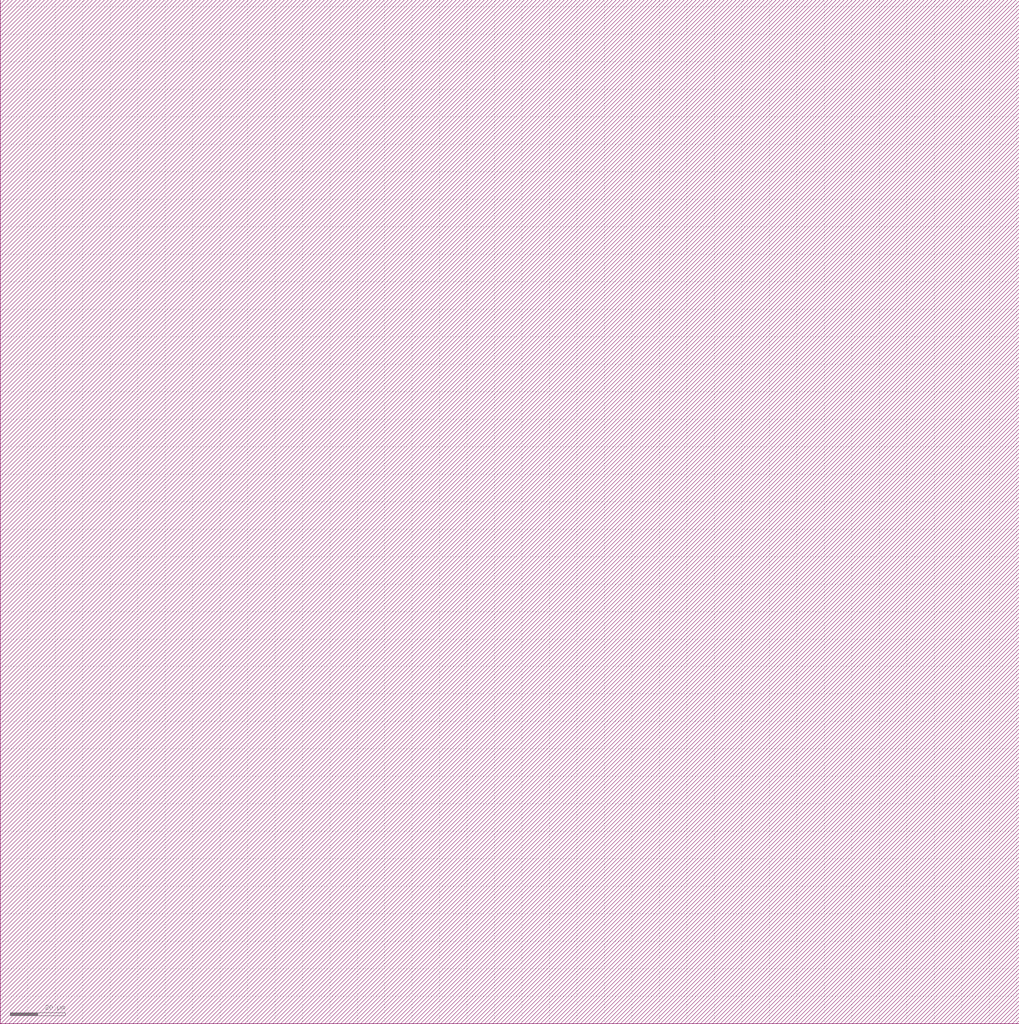
<source format=lef>
VERSION 5.6 ;

BUSBITCHARS "[]" ;

DIVIDERCHAR "/" ;

UNITS
    DATABASE MICRONS 1000 ;
END UNITS

MANUFACTURINGGRID 0.005000 ; 

CLEARANCEMEASURE EUCLIDEAN ; 

USEMINSPACING OBS ON ; 

SITE CoreSite
    CLASS CORE ;
    SIZE 0.540000 BY 0.900000 ;
END CoreSite

LAYER m1
   TYPE ROUTING ;
   DIRECTION VERTICAL ;
   MINWIDTH 0.270000 ;
   WIDTH 0.270000 ;
   SPACINGTABLE
      PARALLELRUNLENGTH 0.0
      WIDTH 0.0 0.270000 ;
   PITCH 0.540000 0.540000 ;
END m1

LAYER v1
    TYPE CUT ;
    SPACING 0.270000 ;
    WIDTH 0.270000 ;
    ENCLOSURE ABOVE 0.090000 0.090000 ;
    ENCLOSURE BELOW 0.090000 0.090000 ;
END v1

LAYER m2
   TYPE ROUTING ;
   DIRECTION HORIZONTAL ;
   MINWIDTH 0.450000 ;
   WIDTH 0.450000 ;
   SPACINGTABLE
      PARALLELRUNLENGTH 0.0
      WIDTH 0.0 0.450000 ;
   PITCH 0.900000 0.900000 ;
END m2

LAYER v2
    TYPE CUT ;
    SPACING 0.270000 ;
    WIDTH 0.270000 ;
    ENCLOSURE ABOVE 0.090000 0.090000 ;
    ENCLOSURE BELOW 0.090000 0.090000 ;
END v2

LAYER m3
   TYPE ROUTING ;
   DIRECTION VERTICAL ;
   MINWIDTH 0.450000 ;
   WIDTH 0.450000 ;
   SPACINGTABLE
      PARALLELRUNLENGTH 0.0
      WIDTH 0.0 0.450000 ;
   PITCH 0.900000 0.900000 ;
END m3

LAYER v3
    TYPE CUT ;
    SPACING 0.270000 ;
    WIDTH 0.270000 ;
    ENCLOSURE ABOVE 0.090000 0.090000 ;
    ENCLOSURE BELOW 0.090000 0.090000 ;
END v3

LAYER m4
   TYPE ROUTING ;
   DIRECTION HORIZONTAL ;
   MINWIDTH 0.450000 ;
   WIDTH 0.450000 ;
   SPACINGTABLE
      PARALLELRUNLENGTH 0.0
      WIDTH 0.0 0.450000 ;
   PITCH 0.900000 0.900000 ;
END m4

LAYER v4
    TYPE CUT ;
    SPACING 0.270000 ;
    WIDTH 0.270000 ;
    ENCLOSURE ABOVE 0.090000 0.090000 ;
    ENCLOSURE BELOW 0.090000 0.090000 ;
END v4

LAYER m5
   TYPE ROUTING ;
   DIRECTION VERTICAL ;
   MINWIDTH 0.450000 ;
   WIDTH 0.450000 ;
   SPACINGTABLE
      PARALLELRUNLENGTH 0.0
      WIDTH 0.0 0.450000 ;
   PITCH 0.900000 0.900000 ;
END m5

LAYER v5
    TYPE CUT ;
    SPACING 0.270000 ;
    WIDTH 0.270000 ;
    ENCLOSURE ABOVE 0.090000 0.090000 ;
    ENCLOSURE BELOW 0.090000 0.090000 ;
END v5

LAYER m6
   TYPE ROUTING ;
   DIRECTION HORIZONTAL ;
   MINWIDTH 0.450000 ;
   WIDTH 0.450000 ;
   SPACINGTABLE
      PARALLELRUNLENGTH 0.0
      WIDTH 0.0 0.450000 ;
   PITCH 0.900000 0.900000 ;
END m6

LAYER OVERLAP
   TYPE OVERLAP ;
END OVERLAP

VIA v1_C DEFAULT
   LAYER m1 ;
     RECT -0.225000 -0.225000 0.225000 0.225000 ;
   LAYER v1 ;
     RECT -0.135000 -0.135000 0.135000 0.135000 ;
   LAYER m2 ;
     RECT -0.225000 -0.225000 0.225000 0.225000 ;
END v1_C

VIA v1_Ch
   LAYER m1 ;
     RECT -0.225000 -0.225000 0.225000 0.225000 ;
   LAYER v1 ;
     RECT -0.135000 -0.135000 0.135000 0.135000 ;
   LAYER m2 ;
     RECT -0.225000 -0.225000 0.225000 0.225000 ;
END v1_Ch

VIA v1_Cv
   LAYER m1 ;
     RECT -0.225000 -0.225000 0.225000 0.225000 ;
   LAYER v1 ;
     RECT -0.135000 -0.135000 0.135000 0.135000 ;
   LAYER m2 ;
     RECT -0.225000 -0.225000 0.225000 0.225000 ;
END v1_Cv

VIA v2_C DEFAULT
   LAYER m2 ;
     RECT -0.225000 -0.225000 0.225000 0.225000 ;
   LAYER v2 ;
     RECT -0.135000 -0.135000 0.135000 0.135000 ;
   LAYER m3 ;
     RECT -0.225000 -0.225000 0.225000 0.225000 ;
END v2_C

VIA v2_Ch
   LAYER m2 ;
     RECT -0.225000 -0.225000 0.225000 0.225000 ;
   LAYER v2 ;
     RECT -0.135000 -0.135000 0.135000 0.135000 ;
   LAYER m3 ;
     RECT -0.225000 -0.225000 0.225000 0.225000 ;
END v2_Ch

VIA v2_Cv
   LAYER m2 ;
     RECT -0.225000 -0.225000 0.225000 0.225000 ;
   LAYER v2 ;
     RECT -0.135000 -0.135000 0.135000 0.135000 ;
   LAYER m3 ;
     RECT -0.225000 -0.225000 0.225000 0.225000 ;
END v2_Cv

VIA v3_C DEFAULT
   LAYER m3 ;
     RECT -0.225000 -0.225000 0.225000 0.225000 ;
   LAYER v3 ;
     RECT -0.135000 -0.135000 0.135000 0.135000 ;
   LAYER m4 ;
     RECT -0.225000 -0.225000 0.225000 0.225000 ;
END v3_C

VIA v3_Ch
   LAYER m3 ;
     RECT -0.225000 -0.225000 0.225000 0.225000 ;
   LAYER v3 ;
     RECT -0.135000 -0.135000 0.135000 0.135000 ;
   LAYER m4 ;
     RECT -0.225000 -0.225000 0.225000 0.225000 ;
END v3_Ch

VIA v3_Cv
   LAYER m3 ;
     RECT -0.225000 -0.225000 0.225000 0.225000 ;
   LAYER v3 ;
     RECT -0.135000 -0.135000 0.135000 0.135000 ;
   LAYER m4 ;
     RECT -0.225000 -0.225000 0.225000 0.225000 ;
END v3_Cv

VIA v4_C DEFAULT
   LAYER m4 ;
     RECT -0.225000 -0.225000 0.225000 0.225000 ;
   LAYER v4 ;
     RECT -0.135000 -0.135000 0.135000 0.135000 ;
   LAYER m5 ;
     RECT -0.225000 -0.225000 0.225000 0.225000 ;
END v4_C

VIA v4_Ch
   LAYER m4 ;
     RECT -0.225000 -0.225000 0.225000 0.225000 ;
   LAYER v4 ;
     RECT -0.135000 -0.135000 0.135000 0.135000 ;
   LAYER m5 ;
     RECT -0.225000 -0.225000 0.225000 0.225000 ;
END v4_Ch

VIA v4_Cv
   LAYER m4 ;
     RECT -0.225000 -0.225000 0.225000 0.225000 ;
   LAYER v4 ;
     RECT -0.135000 -0.135000 0.135000 0.135000 ;
   LAYER m5 ;
     RECT -0.225000 -0.225000 0.225000 0.225000 ;
END v4_Cv

VIA v5_C DEFAULT
   LAYER m5 ;
     RECT -0.225000 -0.225000 0.225000 0.225000 ;
   LAYER v5 ;
     RECT -0.135000 -0.135000 0.135000 0.135000 ;
   LAYER m6 ;
     RECT -0.225000 -0.225000 0.225000 0.225000 ;
END v5_C

VIA v5_Ch
   LAYER m5 ;
     RECT -0.225000 -0.225000 0.225000 0.225000 ;
   LAYER v5 ;
     RECT -0.135000 -0.135000 0.135000 0.135000 ;
   LAYER m6 ;
     RECT -0.225000 -0.225000 0.225000 0.225000 ;
END v5_Ch

VIA v5_Cv
   LAYER m5 ;
     RECT -0.225000 -0.225000 0.225000 0.225000 ;
   LAYER v5 ;
     RECT -0.135000 -0.135000 0.135000 0.135000 ;
   LAYER m6 ;
     RECT -0.225000 -0.225000 0.225000 0.225000 ;
END v5_Cv

MACRO _0_0cell_0_0g0n_0x0
    CLASS CORE ;
    FOREIGN _0_0cell_0_0g0n_0x0 0.000000 0.000000 ;
    ORIGIN 0.000000 0.000000 ;
    SIZE 3.240000 BY 9.900000 ;
    SYMMETRY X Y ;
    SITE CoreSite ;
    PIN in_50_6
        DIRECTION INPUT ;
        USE SIGNAL ;
        PORT
        LAYER m1 ;
        RECT 0.540000 8.730000 0.810000 9.000000 ;
        END
    END in_50_6
    PIN out
        DIRECTION OUTPUT ;
        USE SIGNAL ;
        PORT
        LAYER m1 ;
        RECT 0.540000 0.900000 0.810000 1.170000 ;
        END
        ANTENNADIFFAREA 3.888000 ;
    END out
    PIN Vdd
        DIRECTION INPUT ;
        USE POWER ;
        PORT
        LAYER m1 ;
        RECT 1.620000 8.730000 1.890000 9.000000 ;
        END
        ANTENNADIFFAREA 3.888000 ;
    END Vdd
    PIN GND
        DIRECTION INPUT ;
        USE GROUND ;
        PORT
        LAYER m1 ;
        RECT 2.700000 8.730000 2.970000 9.000000 ;
        END
        ANTENNADIFFAREA 0.972000 ;
    END GND
    OBS
      LAYER m1 ;
         RECT 0.540000 1.620000 2.610000 8.190000 ;
    END
END _0_0cell_0_0g0n_0x0

MACRO _0_0std_0_0cells_0_0INVX1
    CLASS CORE ;
    FOREIGN _0_0std_0_0cells_0_0INVX1 0.000000 0.000000 ;
    ORIGIN 0.000000 0.000000 ;
    SIZE 2.160000 BY 5.400000 ;
    SYMMETRY X Y ;
    SITE CoreSite ;
    PIN A
        DIRECTION INPUT ;
        USE SIGNAL ;
        PORT
        LAYER m1 ;
        RECT 0.540000 4.230000 0.810000 4.500000 ;
        END
    END A
    PIN Y
        DIRECTION OUTPUT ;
        USE SIGNAL ;
        PORT
        LAYER m1 ;
        RECT 0.540000 0.900000 0.810000 1.170000 ;
        END
        ANTENNADIFFAREA 0.631800 ;
    END Y
    PIN Vdd
        DIRECTION INPUT ;
        USE POWER ;
        PORT
        LAYER m1 ;
        RECT 1.080000 4.230000 1.350000 4.500000 ;
        END
        ANTENNADIFFAREA 0.388800 ;
    END Vdd
    PIN GND
        DIRECTION INPUT ;
        USE GROUND ;
        PORT
        LAYER m1 ;
        RECT 1.620000 4.230000 1.890000 4.500000 ;
        END
        ANTENNADIFFAREA 0.243000 ;
    END GND
    OBS
      LAYER m1 ;
         RECT 0.540000 1.620000 1.530000 3.690000 ;
    END
END _0_0std_0_0cells_0_0INVX1

MACRO _0_0std_0_0cells_0_0AND2X1
    CLASS CORE ;
    FOREIGN _0_0std_0_0cells_0_0AND2X1 0.000000 0.000000 ;
    ORIGIN 0.000000 0.000000 ;
    SIZE 5.400000 BY 7.200000 ;
    SYMMETRY X Y ;
    SITE CoreSite ;
    PIN A
        DIRECTION INPUT ;
        USE SIGNAL ;
        PORT
        LAYER m1 ;
        RECT 1.620000 6.030000 2.970000 6.300000 ;
        RECT 2.700000 5.760000 2.970000 6.030000 ;
        RECT 2.700000 5.670000 3.060000 5.760000 ;
        RECT 2.700000 5.490000 2.790000 5.670000 ;
        RECT 2.700000 5.400000 3.060000 5.490000 ;
        RECT 2.790000 5.490000 2.970000 5.670000 ;
        RECT 2.970000 5.490000 3.060000 5.670000 ;
        END
        ANTENNAGATEAREA 0.291600 ;
    END A
    PIN B
        DIRECTION INPUT ;
        USE SIGNAL ;
        PORT
        LAYER m1 ;
        RECT 1.620000 1.710000 1.980000 1.800000 ;
        RECT 1.620000 1.530000 1.710000 1.710000 ;
        RECT 1.620000 1.440000 1.980000 1.530000 ;
        RECT 1.620000 0.990000 1.890000 1.440000 ;
        RECT 1.710000 1.530000 1.890000 1.710000 ;
        RECT 1.890000 1.530000 1.980000 1.710000 ;
        END
        ANTENNAGATEAREA 0.291600 ;
    END B
    PIN Y
        DIRECTION OUTPUT ;
        USE SIGNAL ;
        PORT
        LAYER m1 ;
        RECT 3.960000 4.320000 4.320000 4.410000 ;
        RECT 3.960000 2.520000 4.320000 2.610000 ;
        RECT 3.960000 2.790000 4.320000 2.880000 ;
        RECT 3.960000 2.610000 4.050000 2.790000 ;
        RECT 4.050000 6.030000 5.130000 6.300000 ;
        RECT 4.050000 4.680000 4.320000 6.030000 ;
        RECT 3.960000 4.590000 4.320000 4.680000 ;
        RECT 3.960000 4.410000 4.050000 4.590000 ;
        RECT 4.050000 2.880000 4.320000 4.320000 ;
        RECT 4.050000 2.610000 4.230000 2.790000 ;
        RECT 4.050000 4.410000 4.230000 4.590000 ;
        RECT 4.230000 2.610000 4.320000 2.790000 ;
        RECT 4.230000 4.410000 4.320000 4.590000 ;
        END
        ANTENNADIFFAREA 0.631800 ;
    END Y
    PIN Vdd
        DIRECTION INPUT ;
        USE POWER ;
        PORT
        LAYER m1 ;
        RECT 1.620000 5.040000 2.070000 5.130000 ;
        RECT 1.620000 4.770000 1.710000 5.040000 ;
        RECT 1.620000 4.680000 2.070000 4.770000 ;
        RECT 1.710000 4.950000 1.980000 5.040000 ;
        RECT 1.710000 4.770000 1.890000 4.950000 ;
        RECT 1.890000 4.770000 1.980000 4.950000 ;
        RECT 1.980000 4.770000 2.070000 5.040000 ;
        RECT 2.970000 5.040000 3.420000 5.130000 ;
        RECT 2.970000 4.770000 3.060000 5.040000 ;
        RECT 2.970000 4.680000 3.420000 4.770000 ;
        RECT 3.060000 4.950000 3.330000 5.040000 ;
        RECT 3.060000 4.770000 3.150000 4.950000 ;
        RECT 3.150000 4.770000 3.330000 4.950000 ;
        RECT 3.330000 4.770000 3.420000 5.040000 ;
        LAYER v1 ;
        RECT 1.710000 4.950000 1.980000 5.040000 ;
        RECT 1.710000 4.770000 1.890000 4.950000 ;
        RECT 1.890000 4.770000 1.980000 4.950000 ;
        RECT 3.060000 4.950000 3.330000 5.040000 ;
        RECT 3.060000 4.770000 3.150000 4.950000 ;
        RECT 3.150000 4.770000 3.330000 4.950000 ;
        LAYER m2 ;
        RECT 0.630000 5.040000 3.420000 5.130000 ;
        RECT 0.630000 4.770000 1.710000 5.040000 ;
        RECT 0.630000 4.680000 3.420000 4.770000 ;
        RECT 1.710000 4.950000 1.980000 5.040000 ;
        RECT 1.710000 4.770000 1.890000 4.950000 ;
        RECT 1.890000 4.770000 1.980000 4.950000 ;
        RECT 1.980000 4.770000 3.060000 5.040000 ;
        RECT 3.060000 4.950000 3.330000 5.040000 ;
        RECT 3.060000 4.770000 3.150000 4.950000 ;
        RECT 3.150000 4.770000 3.330000 4.950000 ;
        RECT 3.330000 4.770000 3.420000 5.040000 ;
        END
        ANTENNADIFFAREA 0.777600 ;
    END Vdd
    PIN GND
        DIRECTION INPUT ;
        USE GROUND ;
        PORT
        LAYER m1 ;
        RECT 2.970000 2.250000 3.420000 2.340000 ;
        RECT 2.970000 1.980000 3.060000 2.250000 ;
        RECT 2.970000 1.890000 3.420000 1.980000 ;
        RECT 3.060000 2.070000 3.150000 2.250000 ;
        RECT 3.060000 1.980000 3.330000 2.070000 ;
        RECT 3.150000 2.070000 3.330000 2.250000 ;
        RECT 3.330000 1.980000 3.420000 2.250000 ;
        LAYER v1 ;
        RECT 3.060000 2.070000 3.150000 2.250000 ;
        RECT 3.060000 1.980000 3.330000 2.070000 ;
        RECT 3.150000 2.070000 3.330000 2.250000 ;
        LAYER m2 ;
        RECT 2.970000 2.250000 3.420000 2.340000 ;
        RECT 2.970000 1.980000 3.060000 2.250000 ;
        RECT 2.970000 0.900000 3.420000 1.980000 ;
        RECT 3.060000 2.070000 3.150000 2.250000 ;
        RECT 3.060000 1.980000 3.330000 2.070000 ;
        RECT 3.150000 2.070000 3.330000 2.250000 ;
        RECT 3.330000 1.980000 3.420000 2.250000 ;
        END
        ANTENNADIFFAREA 0.405000 ;
    END GND
    OBS
        LAYER m1 ;
        RECT 1.620000 3.690000 2.070000 3.780000 ;
        RECT 1.620000 3.420000 1.710000 3.690000 ;
        RECT 1.620000 3.330000 2.070000 3.420000 ;
        RECT 1.710000 3.420000 1.980000 3.690000 ;
        RECT 1.710000 2.790000 2.070000 2.880000 ;
        RECT 1.710000 2.610000 1.800000 2.790000 ;
        RECT 1.710000 2.520000 2.070000 2.610000 ;
        RECT 2.340000 4.590000 2.700000 4.680000 ;
        RECT 2.340000 4.410000 2.430000 4.590000 ;
        RECT 2.340000 4.320000 2.700000 4.410000 ;
        RECT 2.340000 3.780000 2.610000 4.320000 ;
        RECT 2.340000 3.690000 2.790000 3.780000 ;
        RECT 1.980000 3.420000 2.070000 3.690000 ;
        RECT 2.340000 3.330000 2.790000 3.420000 ;
        RECT 1.800000 2.880000 2.070000 3.330000 ;
        RECT 1.800000 2.610000 1.980000 2.790000 ;
        RECT 2.430000 4.410000 2.610000 4.590000 ;
        RECT 1.980000 2.610000 2.070000 2.790000 ;
        RECT 2.610000 4.410000 2.700000 4.590000 ;
        RECT 2.340000 3.420000 2.430000 3.690000 ;
        RECT 2.430000 3.420000 2.700000 3.690000 ;
        RECT 2.700000 3.420000 2.790000 3.690000 ;
        RECT 4.590000 3.690000 5.040000 3.780000 ;
        RECT 4.590000 3.420000 4.680000 3.690000 ;
        RECT 4.590000 3.330000 5.040000 3.420000 ;
        RECT 4.680000 3.600000 4.950000 3.690000 ;
        RECT 4.680000 3.420000 4.860000 3.600000 ;
        RECT 4.860000 3.420000 4.950000 3.600000 ;
        RECT 4.950000 3.420000 5.040000 3.690000 ;
        LAYER m2 ;
        RECT 1.620000 3.690000 5.040000 3.780000 ;
        RECT 1.620000 3.420000 1.710000 3.690000 ;
        RECT 1.620000 3.330000 5.040000 3.420000 ;
        RECT 1.710000 3.420000 1.980000 3.690000 ;
        RECT 1.980000 3.420000 2.430000 3.690000 ;
        RECT 2.430000 3.420000 2.700000 3.690000 ;
        RECT 2.700000 3.420000 4.680000 3.690000 ;
        RECT 4.680000 3.600000 4.950000 3.690000 ;
        RECT 4.680000 3.420000 4.860000 3.600000 ;
        RECT 4.860000 3.420000 4.950000 3.600000 ;
        RECT 4.950000 3.420000 5.040000 3.690000 ;
    END
END _0_0std_0_0cells_0_0AND2X1

MACRO _0_0std_0_0cells_0_0NOR2X1
    CLASS CORE ;
    FOREIGN _0_0std_0_0cells_0_0NOR2X1 0.000000 0.000000 ;
    ORIGIN 0.000000 0.000000 ;
    SIZE 3.780000 BY 7.200000 ;
    SYMMETRY X Y ;
    SITE CoreSite ;
    PIN A
        DIRECTION INPUT ;
        USE SIGNAL ;
        PORT
        LAYER m1 ;
        RECT 0.990000 2.070000 1.350000 2.160000 ;
        RECT 0.990000 1.890000 1.080000 2.070000 ;
        RECT 0.990000 1.800000 1.350000 1.890000 ;
        RECT 1.080000 1.890000 1.260000 2.070000 ;
        RECT 1.260000 1.890000 1.350000 2.070000 ;
        END
        ANTENNAGATEAREA 0.324000 ;
    END A
    PIN B
        DIRECTION INPUT ;
        USE SIGNAL ;
        PORT
        LAYER m1 ;
        RECT 1.710000 6.210000 2.070000 6.300000 ;
        RECT 1.710000 6.030000 1.800000 6.210000 ;
        RECT 1.710000 5.940000 2.070000 6.030000 ;
        RECT 1.800000 6.030000 1.980000 6.210000 ;
        RECT 1.980000 6.030000 2.070000 6.210000 ;
        END
        ANTENNAGATEAREA 0.324000 ;
    END B
    PIN Y
        DIRECTION OUTPUT ;
        USE SIGNAL ;
        PORT
        LAYER m1 ;
        RECT 1.350000 2.790000 1.800000 2.880000 ;
        RECT 1.350000 5.220000 1.800000 5.310000 ;
        RECT 1.350000 4.860000 1.800000 4.950000 ;
        RECT 1.440000 2.880000 1.710000 4.860000 ;
        RECT 1.350000 2.520000 1.440000 2.790000 ;
        RECT 1.350000 4.950000 1.440000 5.220000 ;
        RECT 1.440000 2.520000 1.710000 2.790000 ;
        RECT 1.350000 2.430000 1.800000 2.520000 ;
        RECT 1.440000 4.950000 1.710000 5.220000 ;
        RECT 1.710000 2.520000 1.800000 2.790000 ;
        RECT 1.710000 4.950000 1.800000 5.220000 ;
        RECT 2.880000 4.950000 3.060000 5.130000 ;
        LAYER v1 ;
        RECT 1.440000 4.950000 1.710000 5.220000 ;
        LAYER m2 ;
        RECT 1.440000 4.950000 1.710000 5.220000 ;
        RECT 1.710000 4.950000 1.800000 5.220000 ;
        END
        ANTENNADIFFAREA 2.551500 ;
    END Y
    PIN Vdd
        DIRECTION INPUT ;
        USE POWER ;
        PORT
        LAYER m1 ;
        RECT 0.540000 5.220000 0.990000 5.310000 ;
        RECT 0.540000 4.950000 0.630000 5.220000 ;
        RECT 0.540000 4.860000 0.990000 4.950000 ;
        RECT 0.630000 4.950000 0.900000 5.220000 ;
        RECT 0.900000 4.950000 0.990000 5.220000 ;
        RECT 2.790000 5.220000 3.060000 6.210000 ;
        RECT 2.790000 5.130000 3.150000 5.220000 ;
        RECT 2.790000 4.950000 2.880000 5.130000 ;
        RECT 2.790000 4.860000 3.150000 4.950000 ;
        RECT 3.060000 4.950000 3.150000 5.130000 ;
        LAYER v1 ;
        RECT 0.630000 4.950000 0.900000 5.220000 ;
        LAYER m2 ;
        RECT 0.540000 5.220000 1.800000 5.310000 ;
        RECT 0.540000 4.950000 0.630000 5.220000 ;
        RECT 0.540000 4.860000 1.800000 4.950000 ;
        RECT 0.630000 4.950000 0.900000 5.220000 ;
        RECT 0.900000 4.950000 1.440000 5.220000 ;
        END
        ANTENNADIFFAREA 0.850500 ;
    END Vdd
    PIN GND
        DIRECTION INPUT ;
        USE GROUND ;
        PORT
        LAYER m1 ;
        RECT 0.450000 2.700000 0.810000 2.790000 ;
        RECT 0.450000 2.520000 0.540000 2.700000 ;
        RECT 0.450000 2.430000 0.810000 2.520000 ;
        RECT 0.450000 1.530000 0.720000 2.430000 ;
        RECT 0.450000 1.440000 0.900000 1.530000 ;
        RECT 0.450000 1.170000 0.540000 1.440000 ;
        RECT 0.450000 1.080000 0.900000 1.170000 ;
        RECT 0.540000 2.520000 0.720000 2.700000 ;
        RECT 0.540000 1.170000 0.810000 1.440000 ;
        RECT 0.720000 2.520000 0.810000 2.700000 ;
        RECT 0.810000 1.170000 0.900000 1.440000 ;
        RECT 2.070000 1.440000 2.520000 1.530000 ;
        RECT 2.070000 1.170000 2.160000 1.440000 ;
        RECT 2.070000 1.080000 2.520000 1.170000 ;
        RECT 2.250000 1.530000 2.520000 2.430000 ;
        RECT 2.160000 1.170000 2.430000 1.440000 ;
        RECT 2.430000 1.170000 2.520000 1.440000 ;
        RECT 2.160000 2.430000 2.520000 2.520000 ;
        RECT 2.160000 2.700000 2.520000 2.790000 ;
        RECT 2.160000 2.520000 2.250000 2.700000 ;
        RECT 2.250000 2.520000 2.430000 2.700000 ;
        RECT 2.430000 2.520000 2.520000 2.700000 ;
        LAYER v1 ;
        RECT 0.540000 1.170000 0.810000 1.440000 ;
        RECT 2.160000 1.170000 2.430000 1.440000 ;
        LAYER m2 ;
        RECT 0.450000 1.440000 2.520000 1.530000 ;
        RECT 0.450000 1.170000 0.540000 1.440000 ;
        RECT 0.450000 1.080000 2.520000 1.170000 ;
        RECT 0.540000 1.170000 0.810000 1.440000 ;
        RECT 0.810000 1.170000 2.160000 1.440000 ;
        RECT 2.160000 1.170000 2.430000 1.440000 ;
        RECT 2.430000 1.170000 2.520000 1.440000 ;
        END
        ANTENNADIFFAREA 0.810000 ;
    END GND
END _0_0std_0_0cells_0_0NOR2X1

MACRO _0_0cell_0_0g0n1n2noo3na0n1n2naao_012oo3a012aaox0
    CLASS CORE ;
    FOREIGN _0_0cell_0_0g0n1n2noo3na0n1n2naao_012oo3a012aaox0 0.000000 0.000000 ;
    ORIGIN 0.000000 0.000000 ;
    SIZE 6.480000 BY 10.800000 ;
    SYMMETRY X Y ;
    SITE CoreSite ;
    PIN in_50_6
        DIRECTION INPUT ;
        USE SIGNAL ;
        PORT
        LAYER m1 ;
        RECT 0.540000 9.630000 0.810000 9.900000 ;
        END
    END in_50_6
    PIN in_51_6
        DIRECTION INPUT ;
        USE SIGNAL ;
        PORT
        LAYER m1 ;
        RECT 1.620000 9.630000 1.890000 9.900000 ;
        END
    END in_51_6
    PIN in_52_6
        DIRECTION INPUT ;
        USE SIGNAL ;
        PORT
        LAYER m1 ;
        RECT 2.700000 9.630000 2.970000 9.900000 ;
        END
    END in_52_6
    PIN in_53_6
        DIRECTION INPUT ;
        USE SIGNAL ;
        PORT
        LAYER m1 ;
        RECT 3.780000 9.630000 4.050000 9.900000 ;
        END
    END in_53_6
    PIN out
        DIRECTION OUTPUT ;
        USE SIGNAL ;
        PORT
        LAYER m1 ;
        RECT 0.540000 0.900000 0.810000 1.170000 ;
        END
        ANTENNADIFFAREA 2.138400 ;
    END out
    PIN Vdd
        DIRECTION INPUT ;
        USE POWER ;
        PORT
        LAYER m1 ;
        RECT 4.860000 9.630000 5.130000 9.900000 ;
        END
        ANTENNADIFFAREA 5.054400 ;
    END Vdd
    PIN GND
        DIRECTION INPUT ;
        USE GROUND ;
        PORT
        LAYER m1 ;
        RECT 5.940000 9.630000 6.210000 9.900000 ;
        END
        ANTENNADIFFAREA 1.944000 ;
    END GND
    OBS
      LAYER m1 ;
         RECT 0.540000 1.620000 5.850000 9.090000 ;
    END
END _0_0cell_0_0g0n1n2noo3na0n1n2naao_012oo3a012aaox0

MACRO _0_0cell_0_0g0n1na2no0n1noa_01o2a01aox0
    CLASS CORE ;
    FOREIGN _0_0cell_0_0g0n1na2no0n1noa_01o2a01aox0 0.000000 0.000000 ;
    ORIGIN 0.000000 0.000000 ;
    SIZE 5.400000 BY 7.200000 ;
    SYMMETRY X Y ;
    SITE CoreSite ;
    PIN in_50_6
        DIRECTION INPUT ;
        USE SIGNAL ;
        PORT
        LAYER m1 ;
        RECT 0.540000 6.030000 0.810000 6.300000 ;
        END
    END in_50_6
    PIN in_51_6
        DIRECTION INPUT ;
        USE SIGNAL ;
        PORT
        LAYER m1 ;
        RECT 1.620000 6.030000 1.890000 6.300000 ;
        END
    END in_51_6
    PIN in_52_6
        DIRECTION INPUT ;
        USE SIGNAL ;
        PORT
        LAYER m1 ;
        RECT 2.700000 6.030000 2.970000 6.300000 ;
        END
    END in_52_6
    PIN out
        DIRECTION OUTPUT ;
        USE SIGNAL ;
        PORT
        LAYER m1 ;
        RECT 0.540000 0.900000 0.810000 1.170000 ;
        END
        ANTENNADIFFAREA 1.603800 ;
    END out
    PIN Vdd
        DIRECTION INPUT ;
        USE POWER ;
        PORT
        LAYER m1 ;
        RECT 3.780000 6.030000 4.050000 6.300000 ;
        END
        ANTENNADIFFAREA 1.652400 ;
    END Vdd
    PIN GND
        DIRECTION INPUT ;
        USE GROUND ;
        PORT
        LAYER m1 ;
        RECT 4.860000 6.030000 5.130000 6.300000 ;
        END
        ANTENNADIFFAREA 0.972000 ;
    END GND
    OBS
      LAYER m1 ;
         RECT 0.540000 1.620000 4.770000 5.490000 ;
    END
END _0_0cell_0_0g0n1na2no0n1noa_01o2a01aox0

MACRO _0_0cell_0_0g0n_0x2
    CLASS CORE ;
    FOREIGN _0_0cell_0_0g0n_0x2 0.000000 0.000000 ;
    ORIGIN 0.000000 0.000000 ;
    SIZE 2.160000 BY 5.400000 ;
    SYMMETRY X Y ;
    SITE CoreSite ;
    PIN in_50_6
        DIRECTION INPUT ;
        USE SIGNAL ;
        PORT
        LAYER m1 ;
        RECT 0.540000 4.230000 0.810000 4.500000 ;
        END
    END in_50_6
    PIN out
        DIRECTION OUTPUT ;
        USE SIGNAL ;
        PORT
        LAYER m1 ;
        RECT 0.540000 0.900000 0.810000 1.170000 ;
        END
        ANTENNADIFFAREA 0.631800 ;
    END out
    PIN Vdd
        DIRECTION INPUT ;
        USE POWER ;
        PORT
        LAYER m1 ;
        RECT 1.080000 4.230000 1.350000 4.500000 ;
        END
        ANTENNADIFFAREA 0.388800 ;
    END Vdd
    PIN GND
        DIRECTION INPUT ;
        USE GROUND ;
        PORT
        LAYER m1 ;
        RECT 1.620000 4.230000 1.890000 4.500000 ;
        END
        ANTENNADIFFAREA 0.243000 ;
    END GND
    OBS
      LAYER m1 ;
         RECT 0.540000 1.620000 1.530000 3.690000 ;
    END
END _0_0cell_0_0g0n_0x2

MACRO _0_0std_0_0cells_0_0OR2X1
    CLASS CORE ;
    FOREIGN _0_0std_0_0cells_0_0OR2X1 0.000000 0.000000 ;
    ORIGIN 0.000000 0.000000 ;
    SIZE 4.860000 BY 6.300000 ;
    SYMMETRY X Y ;
    SITE CoreSite ;
    PIN A
        DIRECTION INPUT ;
        USE SIGNAL ;
        PORT
        LAYER m1 ;
        RECT 1.710000 5.940000 2.070000 6.030000 ;
        RECT 1.710000 5.760000 1.800000 5.940000 ;
        RECT 1.710000 5.670000 2.070000 5.760000 ;
        RECT 1.800000 5.760000 1.980000 5.940000 ;
        RECT 1.980000 5.760000 2.070000 5.940000 ;
        END
        ANTENNAGATEAREA 0.324000 ;
    END A
    PIN B
        DIRECTION INPUT ;
        USE SIGNAL ;
        PORT
        LAYER m1 ;
        RECT 0.990000 5.310000 1.350000 5.400000 ;
        RECT 0.990000 5.130000 1.080000 5.310000 ;
        RECT 0.990000 5.040000 1.350000 5.130000 ;
        RECT 1.080000 5.130000 1.260000 5.310000 ;
        RECT 1.260000 5.130000 1.350000 5.310000 ;
        END
        ANTENNAGATEAREA 0.324000 ;
    END B
    PIN Y
        DIRECTION OUTPUT ;
        USE SIGNAL ;
        PORT
        LAYER m1 ;
        RECT 3.150000 1.530000 3.510000 1.620000 ;
        RECT 3.240000 1.890000 3.510000 3.600000 ;
        RECT 3.150000 3.870000 3.510000 3.960000 ;
        RECT 3.150000 3.600000 3.510000 3.690000 ;
        RECT 3.150000 1.800000 3.510000 1.890000 ;
        RECT 3.150000 1.620000 3.240000 1.800000 ;
        RECT 3.150000 3.690000 3.240000 3.870000 ;
        RECT 3.240000 1.620000 3.420000 1.800000 ;
        RECT 3.240000 3.690000 3.420000 3.870000 ;
        RECT 3.420000 1.620000 3.510000 1.800000 ;
        RECT 3.420000 3.690000 3.510000 3.870000 ;
        END
        ANTENNADIFFAREA 2.211300 ;
    END Y
    PIN Vdd
        DIRECTION INPUT ;
        USE POWER ;
        PORT
        LAYER m1 ;
        RECT 2.070000 3.870000 2.430000 3.960000 ;
        RECT 2.070000 3.690000 2.160000 3.870000 ;
        RECT 2.070000 3.600000 2.430000 3.690000 ;
        RECT 2.160000 3.960000 2.430000 5.400000 ;
        RECT 2.160000 3.690000 2.340000 3.870000 ;
        RECT 2.340000 3.690000 2.430000 3.870000 ;
        END
        ANTENNADIFFAREA 0.615600 ;
    END Vdd
    PIN GND
        DIRECTION INPUT ;
        USE GROUND ;
        PORT
        LAYER m1 ;
        RECT 0.450000 1.890000 0.900000 1.980000 ;
        RECT 0.450000 1.620000 0.540000 1.890000 ;
        RECT 0.450000 1.530000 0.900000 1.620000 ;
        RECT 0.540000 1.620000 0.810000 1.890000 ;
        RECT 0.810000 1.620000 0.900000 1.890000 ;
        RECT 1.980000 1.530000 2.430000 1.620000 ;
        RECT 1.980000 1.890000 2.430000 1.980000 ;
        RECT 1.980000 1.620000 2.070000 1.890000 ;
        RECT 2.070000 1.620000 2.340000 1.890000 ;
        RECT 2.340000 1.620000 2.430000 1.890000 ;
        LAYER v1 ;
        RECT 0.540000 1.620000 0.810000 1.890000 ;
        RECT 2.070000 1.620000 2.340000 1.890000 ;
        LAYER m2 ;
        RECT 0.450000 1.890000 2.430000 1.980000 ;
        RECT 0.450000 1.620000 0.540000 1.890000 ;
        RECT 0.450000 1.530000 2.430000 1.620000 ;
        RECT 0.540000 1.620000 0.810000 1.890000 ;
        RECT 0.810000 1.620000 2.070000 1.890000 ;
        RECT 2.070000 1.620000 2.340000 1.890000 ;
        RECT 2.340000 1.620000 2.430000 1.890000 ;
        END
        ANTENNADIFFAREA 0.607500 ;
    END GND
    OBS
        LAYER m1 ;
        RECT 0.360000 3.960000 0.810000 4.050000 ;
        RECT 0.360000 3.690000 0.450000 3.960000 ;
        RECT 0.360000 3.600000 0.810000 3.690000 ;
        RECT 0.360000 2.970000 0.810000 3.060000 ;
        RECT 0.360000 2.700000 0.450000 2.970000 ;
        RECT 0.360000 2.610000 0.810000 2.700000 ;
        RECT 0.450000 3.690000 0.720000 3.960000 ;
        RECT 0.450000 3.060000 0.720000 3.600000 ;
        RECT 0.450000 2.700000 0.720000 2.970000 ;
        RECT 0.720000 3.690000 0.810000 3.960000 ;
        RECT 0.720000 2.700000 0.810000 2.970000 ;
        RECT 1.260000 1.530000 1.710000 1.620000 ;
        RECT 1.350000 0.810000 1.620000 1.530000 ;
        RECT 1.350000 0.720000 1.800000 0.810000 ;
        RECT 1.350000 0.450000 1.440000 0.720000 ;
        RECT 1.350000 0.360000 1.800000 0.450000 ;
        RECT 1.440000 0.450000 1.710000 0.720000 ;
        RECT 2.340000 0.720000 2.790000 0.810000 ;
        RECT 1.710000 0.450000 1.800000 0.720000 ;
        RECT 2.340000 0.360000 2.790000 0.450000 ;
        RECT 1.260000 2.970000 1.710000 3.060000 ;
        RECT 1.260000 2.700000 1.350000 2.970000 ;
        RECT 1.260000 2.610000 1.710000 2.700000 ;
        RECT 1.260000 1.890000 1.710000 1.980000 ;
        RECT 1.260000 1.620000 1.350000 1.890000 ;
        RECT 2.340000 0.450000 2.430000 0.720000 ;
        RECT 1.350000 2.700000 1.620000 2.970000 ;
        RECT 1.350000 1.980000 1.620000 2.610000 ;
        RECT 1.350000 1.620000 1.620000 1.890000 ;
        RECT 2.430000 0.450000 2.700000 0.720000 ;
        RECT 1.620000 2.700000 1.710000 2.970000 ;
        RECT 1.620000 1.620000 1.710000 1.890000 ;
        RECT 2.700000 0.450000 2.790000 0.720000 ;
        LAYER m2 ;
        RECT 0.360000 2.970000 1.710000 3.060000 ;
        RECT 0.360000 2.700000 0.450000 2.970000 ;
        RECT 0.360000 2.610000 1.710000 2.700000 ;
        RECT 0.450000 2.700000 0.720000 2.970000 ;
        RECT 0.720000 2.700000 1.350000 2.970000 ;
        RECT 1.350000 2.700000 1.620000 2.970000 ;
        RECT 1.350000 0.720000 2.790000 0.810000 ;
        RECT 1.350000 0.450000 1.440000 0.720000 ;
        RECT 1.350000 0.360000 2.790000 0.450000 ;
        RECT 1.620000 2.700000 1.710000 2.970000 ;
        RECT 1.440000 0.450000 1.710000 0.720000 ;
        RECT 1.710000 0.450000 2.430000 0.720000 ;
        RECT 2.430000 0.450000 2.700000 0.720000 ;
        RECT 2.700000 0.450000 2.790000 0.720000 ;
    END
END _0_0std_0_0cells_0_0OR2X1

MACRO _0_0std_0_0cells_0_0LATCH
    CLASS CORE ;
    FOREIGN _0_0std_0_0cells_0_0LATCH 0.000000 0.000000 ;
    ORIGIN 0.000000 0.000000 ;
    SIZE 8.640000 BY 7.200000 ;
    SYMMETRY X Y ;
    SITE CoreSite ;
    PIN CLK
        DIRECTION INPUT ;
        USE SIGNAL ;
        PORT
        LAYER m1 ;
        RECT 2.700000 5.220000 2.970000 6.300000 ;
        RECT 2.700000 5.130000 3.060000 5.220000 ;
        RECT 2.700000 4.950000 2.790000 5.130000 ;
        RECT 2.700000 4.860000 3.060000 4.950000 ;
        RECT 2.790000 4.950000 2.970000 5.130000 ;
        RECT 2.970000 4.950000 3.060000 5.130000 ;
        END
        ANTENNAGATEAREA 0.729000 ;
    END CLK
    PIN D
        DIRECTION INPUT ;
        USE SIGNAL ;
        PORT
        LAYER m1 ;
        RECT 6.750000 2.970000 8.370000 3.060000 ;
        RECT 6.750000 2.790000 6.840000 2.970000 ;
        RECT 6.750000 2.700000 7.110000 2.790000 ;
        RECT 6.840000 2.790000 7.020000 2.970000 ;
        RECT 7.020000 2.790000 8.370000 2.970000 ;
        END
        ANTENNAGATEAREA 0.486000 ;
    END D
    PIN Q
        DIRECTION OUTPUT ;
        USE SIGNAL ;
        PORT
        LAYER m1 ;
        RECT 0.540000 4.770000 0.810000 6.300000 ;
        RECT 0.540000 4.680000 0.990000 4.770000 ;
        RECT 0.540000 4.410000 0.630000 4.680000 ;
        RECT 0.540000 4.320000 0.990000 4.410000 ;
        RECT 0.540000 1.980000 0.810000 4.320000 ;
        RECT 0.540000 1.890000 0.900000 1.980000 ;
        RECT 0.540000 1.710000 0.630000 1.890000 ;
        RECT 0.540000 1.620000 0.900000 1.710000 ;
        RECT 0.630000 4.500000 0.810000 4.680000 ;
        RECT 0.630000 4.410000 0.900000 4.500000 ;
        RECT 0.630000 1.710000 0.810000 1.890000 ;
        RECT 0.810000 4.500000 0.900000 4.680000 ;
        RECT 0.900000 4.410000 0.990000 4.680000 ;
        RECT 0.810000 1.710000 0.900000 1.890000 ;
        RECT 5.670000 4.770000 6.120000 4.860000 ;
        RECT 5.670000 4.680000 5.850000 4.770000 ;
        RECT 5.670000 4.410000 5.760000 4.680000 ;
        RECT 5.670000 4.320000 6.120000 4.410000 ;
        RECT 5.850000 4.680000 6.030000 4.770000 ;
        RECT 5.760000 4.590000 5.850000 4.680000 ;
        RECT 5.760000 4.410000 6.030000 4.590000 ;
        RECT 5.850000 4.590000 6.030000 4.680000 ;
        RECT 6.030000 4.410000 6.120000 4.770000 ;
        LAYER v1 ;
        RECT 0.630000 4.500000 0.810000 4.680000 ;
        RECT 0.630000 4.410000 0.900000 4.500000 ;
        RECT 0.810000 4.500000 0.900000 4.680000 ;
        RECT 5.760000 4.590000 5.850000 4.680000 ;
        RECT 5.760000 4.410000 6.030000 4.590000 ;
        RECT 5.850000 4.590000 6.030000 4.680000 ;
        LAYER m2 ;
        RECT 0.540000 4.680000 6.120000 4.770000 ;
        RECT 0.540000 4.410000 0.630000 4.680000 ;
        RECT 0.540000 4.320000 6.120000 4.410000 ;
        RECT 0.630000 4.500000 0.810000 4.680000 ;
        RECT 0.630000 4.410000 0.900000 4.500000 ;
        RECT 0.810000 4.500000 0.900000 4.680000 ;
        RECT 0.900000 4.410000 5.760000 4.680000 ;
        RECT 5.760000 4.590000 5.850000 4.680000 ;
        RECT 5.760000 4.410000 6.030000 4.590000 ;
        RECT 5.850000 4.590000 6.030000 4.680000 ;
        RECT 6.030000 4.410000 6.120000 4.680000 ;
        END
        ANTENNAGATEAREA 0.324000 ;
        ANTENNADIFFAREA 1.215000 ;
    END Q
    PIN Vdd
        DIRECTION INPUT ;
        USE POWER ;
        PORT
        LAYER m1 ;
        RECT 1.260000 5.580000 1.710000 5.670000 ;
        RECT 1.260000 5.310000 1.350000 5.580000 ;
        RECT 1.260000 5.220000 1.710000 5.310000 ;
        RECT 1.350000 5.310000 1.620000 5.580000 ;
        RECT 1.620000 5.310000 1.710000 5.580000 ;
        RECT 1.440000 4.770000 1.710000 5.220000 ;
        RECT 1.440000 4.680000 1.800000 4.770000 ;
        RECT 1.440000 4.500000 1.530000 4.680000 ;
        RECT 1.440000 4.410000 1.800000 4.500000 ;
        RECT 1.530000 4.500000 1.710000 4.680000 ;
        RECT 1.710000 4.500000 1.800000 4.680000 ;
        RECT 6.390000 5.580000 6.840000 5.670000 ;
        RECT 6.390000 5.310000 6.480000 5.580000 ;
        RECT 6.390000 5.220000 6.840000 5.310000 ;
        RECT 6.480000 5.310000 6.750000 5.580000 ;
        RECT 6.750000 5.310000 6.840000 5.580000 ;
        RECT 6.480000 5.130000 6.840000 5.220000 ;
        RECT 6.480000 4.950000 6.570000 5.130000 ;
        RECT 6.480000 4.860000 6.840000 4.950000 ;
        RECT 6.570000 4.950000 6.750000 5.130000 ;
        RECT 6.750000 4.950000 6.840000 5.130000 ;
        LAYER v1 ;
        RECT 1.350000 5.310000 1.620000 5.580000 ;
        RECT 6.480000 5.310000 6.750000 5.580000 ;
        LAYER m2 ;
        RECT 1.260000 5.580000 6.840000 5.670000 ;
        RECT 1.260000 5.310000 1.350000 5.580000 ;
        RECT 1.260000 5.220000 6.840000 5.310000 ;
        RECT 1.350000 5.310000 1.620000 5.580000 ;
        RECT 1.620000 5.310000 6.480000 5.580000 ;
        RECT 6.480000 5.310000 6.750000 5.580000 ;
        RECT 6.750000 5.310000 6.840000 5.580000 ;
        END
        ANTENNADIFFAREA 1.701000 ;
    END Vdd
    PIN GND
        DIRECTION INPUT ;
        USE GROUND ;
        PORT
        LAYER m1 ;
        RECT 1.440000 1.350000 1.800000 1.440000 ;
        RECT 1.440000 1.170000 1.530000 1.350000 ;
        RECT 1.440000 1.080000 1.890000 1.170000 ;
        RECT 1.440000 0.810000 1.530000 1.080000 ;
        RECT 1.440000 0.720000 1.890000 0.810000 ;
        RECT 1.530000 1.170000 1.710000 1.350000 ;
        RECT 1.530000 0.810000 1.800000 1.080000 ;
        RECT 1.710000 1.170000 1.800000 1.350000 ;
        RECT 1.800000 0.810000 1.890000 1.080000 ;
        RECT 6.030000 1.080000 6.480000 1.170000 ;
        RECT 6.030000 0.810000 6.120000 1.080000 ;
        RECT 6.030000 0.720000 6.480000 0.810000 ;
        RECT 6.120000 0.810000 6.390000 1.080000 ;
        RECT 6.390000 0.810000 6.480000 1.080000 ;
        RECT 6.120000 1.350000 6.480000 1.440000 ;
        RECT 6.120000 1.170000 6.210000 1.350000 ;
        RECT 6.210000 1.170000 6.390000 1.350000 ;
        RECT 6.390000 1.170000 6.480000 1.350000 ;
        LAYER v1 ;
        RECT 1.530000 0.810000 1.800000 1.080000 ;
        RECT 6.120000 0.810000 6.390000 1.080000 ;
        LAYER m2 ;
        RECT 1.440000 1.080000 6.480000 1.170000 ;
        RECT 1.440000 0.810000 1.530000 1.080000 ;
        RECT 1.440000 0.720000 6.480000 0.810000 ;
        RECT 1.530000 0.810000 1.800000 1.080000 ;
        RECT 1.800000 0.810000 6.120000 1.080000 ;
        RECT 6.120000 0.810000 6.390000 1.080000 ;
        RECT 6.390000 0.810000 6.480000 1.080000 ;
        END
        ANTENNADIFFAREA 1.134000 ;
    END GND
    OBS
        LAYER m1 ;
        RECT 0.810000 0.450000 1.170000 0.540000 ;
        RECT 0.810000 0.270000 0.900000 0.450000 ;
        RECT 0.810000 0.180000 4.050000 0.270000 ;
        RECT 0.900000 0.270000 1.080000 0.450000 ;
        RECT 1.080000 0.270000 4.050000 0.450000 ;
        RECT 2.160000 1.620000 2.520000 1.710000 ;
        RECT 3.780000 1.080000 4.140000 1.170000 ;
        RECT 2.160000 3.690000 2.520000 3.780000 ;
        RECT 2.160000 3.510000 2.250000 3.690000 ;
        RECT 2.160000 3.420000 2.520000 3.510000 ;
        RECT 2.160000 1.890000 2.520000 1.980000 ;
        RECT 2.160000 1.710000 2.250000 1.890000 ;
        RECT 3.780000 0.450000 4.050000 1.080000 ;
        RECT 2.250000 3.510000 2.430000 3.690000 ;
        RECT 2.250000 2.970000 2.520000 3.420000 ;
        RECT 2.250000 2.880000 2.700000 2.970000 ;
        RECT 2.250000 2.610000 2.340000 2.880000 ;
        RECT 2.250000 2.520000 2.700000 2.610000 ;
        RECT 2.250000 1.980000 2.520000 2.520000 ;
        RECT 2.250000 1.710000 2.430000 1.890000 ;
        RECT 3.060000 1.620000 3.510000 1.710000 ;
        RECT 2.430000 3.510000 2.520000 3.690000 ;
        RECT 2.340000 2.610000 2.610000 2.880000 ;
        RECT 2.430000 1.710000 2.520000 1.890000 ;
        RECT 3.780000 1.440000 4.050000 3.420000 ;
        RECT 3.780000 1.350000 4.140000 1.440000 ;
        RECT 3.780000 1.170000 3.870000 1.350000 ;
        RECT 2.610000 2.610000 2.700000 2.880000 ;
        RECT 3.870000 1.170000 4.050000 1.350000 ;
        RECT 4.320000 2.880000 4.770000 2.970000 ;
        RECT 4.320000 2.610000 4.410000 2.880000 ;
        RECT 4.320000 2.520000 4.770000 2.610000 ;
        RECT 4.680000 1.620000 5.760000 1.710000 ;
        RECT 4.050000 1.170000 4.140000 1.350000 ;
        RECT 4.410000 2.790000 4.680000 2.880000 ;
        RECT 4.410000 2.610000 4.590000 2.790000 ;
        RECT 4.590000 2.610000 4.680000 2.790000 ;
        RECT 4.680000 1.890000 5.760000 1.980000 ;
        RECT 4.680000 1.710000 4.770000 1.890000 ;
        RECT 3.060000 3.780000 3.510000 3.870000 ;
        RECT 3.060000 3.510000 3.150000 3.780000 ;
        RECT 3.060000 3.420000 3.510000 3.510000 ;
        RECT 3.060000 1.980000 3.510000 2.070000 ;
        RECT 3.060000 1.710000 3.150000 1.980000 ;
        RECT 4.680000 2.610000 4.770000 2.880000 ;
        RECT 4.770000 1.710000 4.950000 1.890000 ;
        RECT 3.150000 3.690000 3.420000 3.780000 ;
        RECT 3.150000 3.510000 3.330000 3.690000 ;
        RECT 3.150000 1.890000 3.420000 1.980000 ;
        RECT 3.150000 1.710000 3.330000 1.890000 ;
        RECT 4.950000 1.710000 5.490000 1.890000 ;
        RECT 3.330000 3.510000 3.420000 3.690000 ;
        RECT 3.780000 3.420000 4.140000 3.510000 ;
        RECT 3.330000 1.710000 3.420000 1.890000 ;
        RECT 5.310000 3.780000 5.760000 3.870000 ;
        RECT 5.310000 3.510000 5.400000 3.780000 ;
        RECT 5.310000 3.420000 5.760000 3.510000 ;
        RECT 5.490000 1.710000 5.670000 1.890000 ;
        RECT 6.930000 1.620000 7.380000 1.710000 ;
        RECT 3.420000 3.510000 3.510000 3.780000 ;
        RECT 3.420000 1.710000 3.510000 1.980000 ;
        RECT 5.400000 3.690000 5.670000 3.780000 ;
        RECT 5.400000 3.510000 5.490000 3.690000 ;
        RECT 5.670000 1.710000 5.760000 1.890000 ;
        RECT 5.490000 3.510000 5.670000 3.690000 ;
        RECT 3.780000 3.690000 4.140000 3.780000 ;
        RECT 3.780000 3.510000 3.870000 3.690000 ;
        RECT 5.670000 3.510000 5.760000 3.780000 ;
        RECT 3.870000 3.510000 4.050000 3.690000 ;
        RECT 4.680000 5.130000 5.040000 5.220000 ;
        RECT 4.680000 4.950000 4.770000 5.130000 ;
        RECT 4.680000 4.860000 5.040000 4.950000 ;
        RECT 4.050000 3.510000 4.140000 3.690000 ;
        RECT 4.770000 5.940000 7.380000 6.210000 ;
        RECT 4.770000 5.220000 5.040000 5.940000 ;
        RECT 4.770000 4.950000 4.950000 5.130000 ;
        RECT 7.110000 5.220000 7.380000 5.940000 ;
        RECT 4.950000 4.950000 5.040000 5.130000 ;
        RECT 6.930000 1.980000 7.380000 2.070000 ;
        RECT 6.930000 1.710000 7.020000 1.980000 ;
        RECT 7.110000 5.130000 7.470000 5.220000 ;
        RECT 7.110000 4.860000 7.470000 4.950000 ;
        RECT 7.020000 1.890000 7.290000 1.980000 ;
        RECT 7.020000 1.710000 7.110000 1.890000 ;
        RECT 7.110000 1.710000 7.290000 1.890000 ;
        RECT 7.110000 4.950000 7.200000 5.130000 ;
        RECT 7.290000 1.710000 7.380000 1.980000 ;
        RECT 7.200000 4.950000 7.380000 5.130000 ;
        RECT 7.380000 4.950000 7.470000 5.130000 ;
        LAYER m2 ;
        RECT 2.250000 2.880000 4.770000 2.970000 ;
        RECT 2.250000 2.610000 2.340000 2.880000 ;
        RECT 2.250000 2.520000 4.770000 2.610000 ;
        RECT 2.340000 2.610000 2.610000 2.880000 ;
        RECT 2.610000 2.610000 4.410000 2.880000 ;
        RECT 3.060000 1.980000 7.380000 2.070000 ;
        RECT 3.060000 1.710000 3.150000 1.980000 ;
        RECT 3.060000 1.620000 7.380000 1.710000 ;
        RECT 3.060000 3.780000 5.760000 3.870000 ;
        RECT 3.060000 3.510000 3.150000 3.780000 ;
        RECT 3.060000 3.420000 5.760000 3.510000 ;
        RECT 4.410000 2.790000 4.680000 2.880000 ;
        RECT 4.410000 2.610000 4.590000 2.790000 ;
        RECT 3.150000 1.890000 3.420000 1.980000 ;
        RECT 3.150000 1.710000 3.330000 1.890000 ;
        RECT 3.150000 3.690000 3.420000 3.780000 ;
        RECT 3.150000 3.510000 3.330000 3.690000 ;
        RECT 4.590000 2.610000 4.680000 2.790000 ;
        RECT 3.330000 1.710000 3.420000 1.890000 ;
        RECT 3.330000 3.510000 3.420000 3.690000 ;
        RECT 4.680000 2.610000 4.770000 2.880000 ;
        RECT 3.420000 1.710000 7.020000 1.980000 ;
        RECT 3.420000 3.510000 5.400000 3.780000 ;
        RECT 7.020000 1.890000 7.290000 1.980000 ;
        RECT 7.020000 1.710000 7.110000 1.890000 ;
        RECT 5.400000 3.690000 5.670000 3.780000 ;
        RECT 5.400000 3.510000 5.490000 3.690000 ;
        RECT 7.110000 1.710000 7.290000 1.890000 ;
        RECT 5.490000 3.510000 5.670000 3.690000 ;
        RECT 7.290000 1.710000 7.380000 1.980000 ;
        RECT 5.670000 3.510000 5.760000 3.780000 ;
    END
END _0_0std_0_0cells_0_0LATCH

MACRO _0_0std_0_0cells_0_0TIELOX1
    CLASS CORE ;
    FOREIGN _0_0std_0_0cells_0_0TIELOX1 0.000000 0.000000 ;
    ORIGIN 0.000000 0.000000 ;
    SIZE 2.700000 BY 4.500000 ;
    SYMMETRY X Y ;
    SITE CoreSite ;
    PIN Y
        DIRECTION OUTPUT ;
        USE SIGNAL ;
        PORT
        LAYER m1 ;
        RECT 1.440000 0.990000 2.430000 1.170000 ;
        RECT 1.440000 0.630000 1.800000 0.810000 ;
        RECT 1.440000 0.810000 1.530000 0.990000 ;
        RECT 1.530000 0.810000 1.710000 0.990000 ;
        RECT 1.710000 0.900000 2.430000 0.990000 ;
        RECT 1.710000 0.810000 1.800000 0.900000 ;
        END
        ANTENNADIFFAREA 0.178200 ;
    END Y
    PIN Vdd
        DIRECTION INPUT ;
        USE POWER ;
        PORT
        LAYER m1 ;
        RECT 0.540000 2.880000 0.810000 3.600000 ;
        RECT 0.540000 2.790000 0.900000 2.880000 ;
        RECT 0.540000 2.610000 0.630000 2.790000 ;
        RECT 0.540000 2.520000 0.900000 2.610000 ;
        RECT 0.630000 2.610000 0.810000 2.790000 ;
        RECT 0.810000 2.610000 0.900000 2.790000 ;
        END
        ANTENNADIFFAREA 0.178200 ;
    END Vdd
    PIN GND
        DIRECTION INPUT ;
        USE GROUND ;
        PORT
        LAYER m1 ;
        RECT 0.540000 1.080000 0.810000 1.170000 ;
        RECT 0.540000 0.990000 0.900000 1.080000 ;
        RECT 0.540000 0.810000 0.630000 0.990000 ;
        RECT 0.540000 0.720000 0.900000 0.810000 ;
        RECT 0.540000 0.630000 0.810000 0.720000 ;
        RECT 0.630000 0.810000 0.810000 0.990000 ;
        RECT 0.810000 0.810000 0.900000 0.990000 ;
        END
        ANTENNADIFFAREA 0.178200 ;
    END GND
    OBS
        LAYER m1 ;
        RECT 1.440000 3.510000 1.800000 3.600000 ;
        RECT 1.440000 3.330000 1.530000 3.510000 ;
        RECT 1.440000 3.240000 1.800000 3.330000 ;
        RECT 1.440000 2.880000 1.710000 3.240000 ;
        RECT 1.440000 2.790000 1.800000 2.880000 ;
        RECT 1.440000 2.520000 1.800000 2.610000 ;
        RECT 1.530000 3.330000 1.710000 3.510000 ;
        RECT 1.710000 3.330000 1.800000 3.510000 ;
        RECT 1.440000 2.610000 1.530000 2.790000 ;
        RECT 1.530000 2.610000 1.710000 2.790000 ;
        RECT 1.710000 2.610000 1.800000 2.790000 ;
    END
END _0_0std_0_0cells_0_0TIELOX1

MACRO _0_0cell_0_0g0n1n2naa_012aax0
    CLASS CORE ;
    FOREIGN _0_0cell_0_0g0n1n2naa_012aax0 0.000000 0.000000 ;
    ORIGIN 0.000000 0.000000 ;
    SIZE 6.480000 BY 7.200000 ;
    SYMMETRY X Y ;
    SITE CoreSite ;
    PIN in_50_6
        DIRECTION INPUT ;
        USE SIGNAL ;
        PORT
        LAYER m1 ;
        RECT 0.540000 6.030000 0.810000 6.300000 ;
        END
    END in_50_6
    PIN in_51_6
        DIRECTION INPUT ;
        USE SIGNAL ;
        PORT
        LAYER m1 ;
        RECT 1.620000 6.030000 1.890000 6.300000 ;
        END
    END in_51_6
    PIN in_52_6
        DIRECTION INPUT ;
        USE SIGNAL ;
        PORT
        LAYER m1 ;
        RECT 2.700000 6.030000 2.970000 6.300000 ;
        END
    END in_52_6
    PIN out
        DIRECTION OUTPUT ;
        USE SIGNAL ;
        PORT
        LAYER m1 ;
        RECT 0.540000 0.900000 0.810000 1.170000 ;
        END
        ANTENNADIFFAREA 0.194400 ;
    END out
    PIN Vdd
        DIRECTION INPUT ;
        USE POWER ;
        PORT
        LAYER m1 ;
        RECT 3.780000 6.030000 4.050000 6.300000 ;
        END
        ANTENNADIFFAREA 0.729000 ;
    END Vdd
    PIN GND
        DIRECTION INPUT ;
        USE GROUND ;
        PORT
        LAYER m1 ;
        RECT 4.860000 6.030000 5.130000 6.300000 ;
        END
        ANTENNADIFFAREA 0.631800 ;
    END GND
    OBS
      LAYER m1 ;
         RECT 0.540000 1.620000 5.850000 5.490000 ;
    END
END _0_0cell_0_0g0n1n2naa_012aax0

MACRO _0_0std_0_0cells_0_0TIEHIX1
    CLASS CORE ;
    FOREIGN _0_0std_0_0cells_0_0TIEHIX1 0.000000 0.000000 ;
    ORIGIN 0.000000 0.000000 ;
    SIZE 2.700000 BY 4.500000 ;
    SYMMETRY X Y ;
    SITE CoreSite ;
    PIN Y
        DIRECTION OUTPUT ;
        USE SIGNAL ;
        PORT
        LAYER m1 ;
        RECT 1.440000 2.790000 1.800000 2.880000 ;
        RECT 1.440000 2.520000 2.430000 2.610000 ;
        RECT 2.160000 2.790000 2.430000 3.600000 ;
        RECT 1.440000 2.610000 1.530000 2.790000 ;
        RECT 1.530000 2.610000 1.710000 2.790000 ;
        RECT 1.710000 2.610000 2.430000 2.790000 ;
        END
        ANTENNADIFFAREA 0.178200 ;
    END Y
    PIN Vdd
        DIRECTION INPUT ;
        USE POWER ;
        PORT
        LAYER m1 ;
        RECT 0.540000 2.880000 0.810000 3.600000 ;
        RECT 0.540000 2.790000 0.900000 2.880000 ;
        RECT 0.540000 2.610000 0.630000 2.790000 ;
        RECT 0.540000 2.520000 0.900000 2.610000 ;
        RECT 0.630000 2.610000 0.810000 2.790000 ;
        RECT 0.810000 2.610000 0.900000 2.790000 ;
        END
        ANTENNADIFFAREA 0.178200 ;
    END Vdd
    PIN GND
        DIRECTION INPUT ;
        USE GROUND ;
        PORT
        LAYER m1 ;
        RECT 0.540000 1.080000 0.810000 1.170000 ;
        RECT 0.540000 0.990000 0.900000 1.080000 ;
        RECT 0.540000 0.810000 0.630000 0.990000 ;
        RECT 0.540000 0.720000 0.900000 0.810000 ;
        RECT 0.630000 0.810000 0.810000 0.990000 ;
        RECT 0.810000 0.810000 0.900000 0.990000 ;
        END
        ANTENNADIFFAREA 0.178200 ;
    END GND
    OBS
        LAYER m1 ;
        RECT 1.440000 0.990000 1.800000 1.080000 ;
        RECT 1.440000 0.450000 1.800000 0.810000 ;
        RECT 1.440000 0.270000 1.530000 0.450000 ;
        RECT 1.440000 0.180000 1.800000 0.270000 ;
        RECT 1.530000 0.270000 1.710000 0.450000 ;
        RECT 1.440000 0.810000 1.530000 0.990000 ;
        RECT 1.710000 0.270000 1.800000 0.450000 ;
        RECT 1.530000 0.810000 1.710000 0.990000 ;
        RECT 1.710000 0.810000 1.800000 0.990000 ;
    END
END _0_0std_0_0cells_0_0TIEHIX1

MACRO _0_0cell_0_0g0n_0x1
    CLASS CORE ;
    FOREIGN _0_0cell_0_0g0n_0x1 0.000000 0.000000 ;
    ORIGIN 0.000000 0.000000 ;
    SIZE 2.160000 BY 4.500000 ;
    SYMMETRY X Y ;
    SITE CoreSite ;
    PIN in_50_6
        DIRECTION INPUT ;
        USE SIGNAL ;
        PORT
        LAYER m1 ;
        RECT 0.540000 3.330000 0.810000 3.600000 ;
        END
    END in_50_6
    PIN out
        DIRECTION OUTPUT ;
        USE SIGNAL ;
        PORT
        LAYER m1 ;
        RECT 0.540000 0.900000 0.810000 1.170000 ;
        END
        ANTENNADIFFAREA 0.534600 ;
    END out
    PIN Vdd
        DIRECTION INPUT ;
        USE POWER ;
        PORT
        LAYER m1 ;
        RECT 1.080000 3.330000 1.350000 3.600000 ;
        END
        ANTENNADIFFAREA 0.291600 ;
    END Vdd
    PIN GND
        DIRECTION INPUT ;
        USE GROUND ;
        PORT
        LAYER m1 ;
        RECT 1.620000 3.330000 1.890000 3.600000 ;
        END
        ANTENNADIFFAREA 0.243000 ;
    END GND
    OBS
      LAYER m1 ;
         RECT 0.540000 1.620000 1.530000 2.790000 ;
    END
END _0_0cell_0_0g0n_0x1

MACRO _0_0cell_0_0g0n1na_01ax0
    CLASS CORE ;
    FOREIGN _0_0cell_0_0g0n1na_01ax0 0.000000 0.000000 ;
    ORIGIN 0.000000 0.000000 ;
    SIZE 5.940000 BY 6.300000 ;
    SYMMETRY X Y ;
    SITE CoreSite ;
    PIN in_50_6
        DIRECTION INPUT ;
        USE SIGNAL ;
        PORT
        LAYER m1 ;
        RECT 0.540000 5.130000 0.810000 5.400000 ;
        END
    END in_50_6
    PIN in_51_6
        DIRECTION INPUT ;
        USE SIGNAL ;
        PORT
        LAYER m1 ;
        RECT 2.160000 5.130000 2.430000 5.400000 ;
        END
    END in_51_6
    PIN out
        DIRECTION OUTPUT ;
        USE SIGNAL ;
        PORT
        LAYER m1 ;
        RECT 0.540000 0.900000 0.810000 1.170000 ;
        END
        ANTENNADIFFAREA 0.194400 ;
    END out
    PIN Vdd
        DIRECTION INPUT ;
        USE POWER ;
        PORT
        LAYER m1 ;
        RECT 3.780000 5.130000 4.050000 5.400000 ;
        END
        ANTENNADIFFAREA 0.534600 ;
    END Vdd
    PIN GND
        DIRECTION INPUT ;
        USE GROUND ;
        PORT
        LAYER m1 ;
        RECT 5.400000 5.130000 5.670000 5.400000 ;
        END
        ANTENNADIFFAREA 0.469800 ;
    END GND
    OBS
      LAYER m1 ;
         RECT 0.540000 1.620000 5.310000 4.590000 ;
    END
END _0_0cell_0_0g0n1na_01ax0

MACRO _0_0std_0_0cells_0_0MUX2X1
    CLASS CORE ;
    FOREIGN _0_0std_0_0cells_0_0MUX2X1 0.000000 0.000000 ;
    ORIGIN 0.000000 0.000000 ;
    SIZE 8.100000 BY 8.100000 ;
    SYMMETRY X Y ;
    SITE CoreSite ;
    PIN A
        DIRECTION INPUT ;
        USE SIGNAL ;
        PORT
        LAYER m1 ;
        RECT 1.080000 6.210000 1.440000 7.740000 ;
        RECT 1.080000 6.030000 1.170000 6.210000 ;
        RECT 1.080000 5.940000 1.440000 6.030000 ;
        RECT 1.170000 6.030000 1.350000 6.210000 ;
        RECT 1.350000 6.030000 1.440000 6.210000 ;
        END
        ANTENNAGATEAREA 0.405000 ;
    END A
    PIN B
        DIRECTION INPUT ;
        USE SIGNAL ;
        PORT
        LAYER m1 ;
        RECT 5.490000 6.300000 5.760000 7.740000 ;
        RECT 5.490000 6.210000 6.210000 6.300000 ;
        RECT 5.490000 6.030000 5.670000 6.210000 ;
        RECT 5.490000 5.940000 6.210000 6.030000 ;
        RECT 5.670000 6.030000 5.850000 6.210000 ;
        RECT 5.850000 6.030000 6.210000 6.210000 ;
        END
        ANTENNAGATEAREA 0.405000 ;
    END B
    PIN S
        DIRECTION INPUT ;
        USE SIGNAL ;
        PORT
        LAYER m1 ;
        RECT 2.340000 0.450000 2.700000 0.540000 ;
        RECT 2.340000 0.270000 2.430000 0.450000 ;
        RECT 2.340000 0.180000 2.700000 0.270000 ;
        RECT 2.430000 0.270000 2.610000 0.450000 ;
        RECT 2.610000 0.270000 2.700000 0.450000 ;
        RECT 4.140000 6.210000 4.590000 6.300000 ;
        RECT 4.140000 6.030000 4.230000 6.210000 ;
        RECT 4.140000 5.940000 4.500000 6.030000 ;
        RECT 4.230000 6.030000 4.410000 6.210000 ;
        RECT 4.320000 6.300000 4.590000 7.740000 ;
        RECT 4.410000 6.030000 4.590000 6.210000 ;
        END
        ANTENNAGATEAREA 0.615600 ;
    END S
    PIN Y
        DIRECTION OUTPUT ;
        USE SIGNAL ;
        PORT
        LAYER m1 ;
        RECT 2.700000 1.980000 2.790000 2.250000 ;
        RECT 2.700000 1.890000 3.150000 1.980000 ;
        RECT 2.700000 2.250000 3.150000 2.340000 ;
        RECT 2.790000 2.070000 2.970000 2.250000 ;
        RECT 2.790000 1.980000 3.060000 2.070000 ;
        RECT 2.970000 2.070000 3.060000 2.250000 ;
        RECT 3.060000 1.980000 3.150000 2.250000 ;
        RECT 3.510000 4.770000 3.870000 4.860000 ;
        RECT 3.510000 4.590000 3.600000 4.770000 ;
        RECT 3.600000 4.590000 3.780000 4.770000 ;
        RECT 6.030000 2.250000 6.480000 2.340000 ;
        RECT 6.030000 1.980000 6.120000 2.250000 ;
        RECT 6.030000 1.890000 6.480000 1.980000 ;
        RECT 3.780000 4.590000 6.840000 4.770000 ;
        RECT 3.510000 4.500000 7.740000 4.590000 ;
        RECT 6.120000 2.070000 6.210000 2.250000 ;
        RECT 6.120000 1.980000 6.390000 2.070000 ;
        RECT 6.840000 4.590000 7.020000 4.770000 ;
        RECT 7.380000 2.250000 7.830000 2.340000 ;
        RECT 6.210000 2.070000 6.390000 2.250000 ;
        RECT 6.390000 1.980000 6.480000 2.250000 ;
        RECT 7.380000 1.890000 7.830000 1.980000 ;
        RECT 7.020000 4.590000 7.740000 4.770000 ;
        RECT 7.470000 2.340000 7.740000 4.500000 ;
        RECT 7.380000 1.980000 7.470000 2.250000 ;
        RECT 7.470000 1.980000 7.740000 2.250000 ;
        RECT 7.740000 1.980000 7.830000 2.250000 ;
        RECT 6.750000 4.770000 7.110000 4.860000 ;
        LAYER v1 ;
        RECT 2.790000 2.070000 2.970000 2.250000 ;
        RECT 2.790000 1.980000 3.060000 2.070000 ;
        RECT 2.970000 2.070000 3.060000 2.250000 ;
        RECT 6.120000 2.070000 6.210000 2.250000 ;
        RECT 6.120000 1.980000 6.390000 2.070000 ;
        RECT 6.210000 2.070000 6.390000 2.250000 ;
        RECT 7.470000 1.980000 7.740000 2.250000 ;
        LAYER m2 ;
        RECT 2.700000 2.250000 7.830000 2.340000 ;
        RECT 2.700000 1.980000 2.790000 2.250000 ;
        RECT 2.700000 1.890000 7.830000 1.980000 ;
        RECT 2.790000 2.070000 2.970000 2.250000 ;
        RECT 2.790000 1.980000 3.060000 2.070000 ;
        RECT 2.970000 2.070000 3.060000 2.250000 ;
        RECT 3.060000 1.980000 6.120000 2.250000 ;
        RECT 6.120000 2.070000 6.210000 2.250000 ;
        RECT 6.120000 1.980000 6.390000 2.070000 ;
        RECT 6.210000 2.070000 6.390000 2.250000 ;
        RECT 6.390000 1.980000 7.470000 2.250000 ;
        RECT 7.470000 1.980000 7.740000 2.250000 ;
        RECT 7.740000 1.980000 7.830000 2.250000 ;
        END
        ANTENNADIFFAREA 2.430000 ;
    END Y
    PIN Vdd
        DIRECTION INPUT ;
        USE POWER ;
        PORT
        LAYER m1 ;
        RECT 1.800000 5.580000 2.250000 5.670000 ;
        RECT 1.800000 5.310000 1.890000 5.580000 ;
        RECT 1.800000 5.220000 2.250000 5.310000 ;
        RECT 1.890000 5.670000 2.160000 6.030000 ;
        RECT 1.890000 5.400000 2.070000 5.580000 ;
        RECT 1.890000 5.310000 2.160000 5.400000 ;
        RECT 2.700000 6.300000 2.970000 7.740000 ;
        RECT 1.890000 6.030000 2.970000 6.300000 ;
        RECT 2.070000 5.400000 2.160000 5.580000 ;
        RECT 2.160000 5.310000 2.250000 5.580000 ;
        RECT 5.130000 5.400000 5.580000 5.490000 ;
        RECT 5.130000 5.130000 5.220000 5.400000 ;
        RECT 5.130000 5.040000 5.580000 5.130000 ;
        RECT 5.220000 5.310000 5.490000 5.400000 ;
        RECT 5.220000 5.130000 5.400000 5.310000 ;
        RECT 5.400000 5.130000 5.490000 5.310000 ;
        RECT 5.490000 5.130000 5.580000 5.400000 ;
        LAYER v1 ;
        RECT 1.890000 5.400000 2.070000 5.580000 ;
        RECT 1.890000 5.310000 2.160000 5.400000 ;
        RECT 2.070000 5.400000 2.160000 5.580000 ;
        RECT 5.220000 5.310000 5.490000 5.400000 ;
        RECT 5.220000 5.130000 5.400000 5.310000 ;
        RECT 5.400000 5.130000 5.490000 5.310000 ;
        LAYER m2 ;
        RECT 1.800000 5.580000 5.580000 5.670000 ;
        RECT 1.800000 5.310000 1.890000 5.580000 ;
        RECT 1.800000 5.220000 5.220000 5.310000 ;
        RECT 1.890000 5.400000 2.070000 5.580000 ;
        RECT 1.890000 5.310000 2.160000 5.400000 ;
        RECT 2.070000 5.400000 2.160000 5.580000 ;
        RECT 2.160000 5.310000 5.220000 5.400000 ;
        RECT 2.160000 5.400000 5.580000 5.580000 ;
        RECT 5.220000 5.310000 5.490000 5.400000 ;
        RECT 5.130000 5.130000 5.220000 5.220000 ;
        RECT 5.130000 5.040000 5.580000 5.130000 ;
        RECT 5.220000 5.130000 5.400000 5.310000 ;
        RECT 5.400000 5.130000 5.490000 5.310000 ;
        RECT 5.490000 5.130000 5.580000 5.400000 ;
        END
        ANTENNADIFFAREA 1.344600 ;
    END Vdd
    PIN GND
        DIRECTION INPUT ;
        USE GROUND ;
        PORT
        LAYER m1 ;
        RECT 1.080000 2.250000 1.440000 2.340000 ;
        RECT 1.080000 2.070000 1.170000 2.250000 ;
        RECT 1.080000 1.980000 1.440000 2.070000 ;
        RECT 1.080000 1.350000 1.350000 1.980000 ;
        RECT 1.080000 1.260000 1.530000 1.350000 ;
        RECT 1.080000 0.990000 1.170000 1.260000 ;
        RECT 1.080000 0.900000 1.530000 0.990000 ;
        RECT 1.170000 2.070000 1.350000 2.250000 ;
        RECT 1.170000 0.990000 1.440000 1.260000 ;
        RECT 1.350000 2.070000 1.440000 2.250000 ;
        RECT 1.440000 0.990000 1.530000 1.260000 ;
        RECT 4.320000 1.260000 4.770000 1.350000 ;
        RECT 4.320000 0.990000 4.410000 1.260000 ;
        RECT 4.320000 0.900000 4.770000 0.990000 ;
        RECT 4.410000 1.350000 4.680000 2.430000 ;
        RECT 4.410000 0.990000 4.680000 1.260000 ;
        RECT 4.680000 0.990000 4.770000 1.260000 ;
        RECT 4.320000 2.520000 4.410000 2.700000 ;
        RECT 4.320000 2.430000 4.680000 2.520000 ;
        RECT 4.410000 2.520000 4.590000 2.700000 ;
        RECT 4.320000 2.700000 4.680000 2.790000 ;
        RECT 4.590000 2.520000 4.680000 2.700000 ;
        LAYER v1 ;
        RECT 1.170000 0.990000 1.440000 1.260000 ;
        RECT 4.410000 0.990000 4.680000 1.260000 ;
        LAYER m2 ;
        RECT 1.080000 1.260000 4.770000 1.350000 ;
        RECT 1.080000 0.990000 1.170000 1.260000 ;
        RECT 1.080000 0.900000 4.770000 0.990000 ;
        RECT 1.170000 0.990000 1.440000 1.260000 ;
        RECT 1.440000 0.990000 4.410000 1.260000 ;
        RECT 4.410000 0.990000 4.680000 1.260000 ;
        RECT 4.680000 0.990000 4.770000 1.260000 ;
        END
        ANTENNADIFFAREA 0.972000 ;
    END GND
    OBS
        LAYER m1 ;
        RECT 0.270000 6.930000 0.720000 7.020000 ;
        RECT 0.270000 6.660000 0.360000 6.930000 ;
        RECT 0.270000 6.570000 0.720000 6.660000 ;
        RECT 0.270000 4.680000 0.720000 4.770000 ;
        RECT 0.270000 4.410000 0.360000 4.680000 ;
        RECT 0.270000 4.320000 0.720000 4.410000 ;
        RECT 0.360000 6.660000 0.630000 6.930000 ;
        RECT 0.360000 4.410000 0.630000 4.680000 ;
        RECT 0.630000 6.660000 0.720000 6.930000 ;
        RECT 1.080000 4.680000 1.530000 4.770000 ;
        RECT 0.630000 4.410000 0.720000 4.680000 ;
        RECT 1.080000 4.320000 1.530000 4.410000 ;
        RECT 1.080000 4.410000 1.170000 4.680000 ;
        RECT 1.170000 4.590000 1.440000 4.680000 ;
        RECT 1.170000 4.410000 1.350000 4.590000 ;
        RECT 1.350000 4.410000 1.440000 4.590000 ;
        RECT 1.440000 4.410000 1.530000 4.680000 ;
        RECT 2.700000 4.590000 3.150000 4.770000 ;
        RECT 2.700000 4.410000 2.790000 4.590000 ;
        RECT 2.700000 4.140000 3.150000 4.410000 ;
        RECT 2.700000 3.870000 2.790000 4.140000 ;
        RECT 2.700000 3.780000 3.150000 3.870000 ;
        RECT 2.790000 4.410000 2.970000 4.590000 ;
        RECT 2.790000 3.870000 3.060000 4.140000 ;
        RECT 2.970000 4.410000 3.150000 4.590000 ;
        RECT 3.420000 4.140000 3.870000 4.230000 ;
        RECT 3.060000 3.870000 3.150000 4.140000 ;
        RECT 3.420000 2.790000 3.870000 3.870000 ;
        RECT 3.420000 2.610000 3.510000 2.790000 ;
        RECT 3.420000 2.430000 3.870000 2.610000 ;
        RECT 3.510000 2.610000 3.690000 2.790000 ;
        RECT 3.420000 3.870000 3.510000 4.140000 ;
        RECT 3.690000 2.610000 3.870000 2.790000 ;
        RECT 3.510000 3.870000 3.780000 4.140000 ;
        RECT 3.780000 3.870000 3.870000 4.140000 ;
        RECT 5.220000 2.520000 5.580000 2.610000 ;
        RECT 5.220000 3.240000 5.670000 3.330000 ;
        RECT 5.220000 2.970000 5.310000 3.240000 ;
        RECT 5.220000 2.880000 5.670000 2.970000 ;
        RECT 5.220000 2.790000 5.580000 2.880000 ;
        RECT 5.220000 2.610000 5.310000 2.790000 ;
        RECT 5.310000 2.970000 5.580000 3.240000 ;
        RECT 5.310000 2.610000 5.490000 2.790000 ;
        RECT 6.750000 2.520000 7.110000 2.610000 ;
        RECT 5.580000 2.970000 5.670000 3.240000 ;
        RECT 5.490000 2.610000 5.580000 2.790000 ;
        RECT 6.030000 5.580000 6.480000 5.670000 ;
        RECT 6.030000 5.310000 6.120000 5.580000 ;
        RECT 6.030000 5.220000 6.480000 5.310000 ;
        RECT 6.120000 5.310000 6.390000 5.580000 ;
        RECT 6.030000 6.930000 6.480000 7.020000 ;
        RECT 6.030000 6.660000 6.120000 6.930000 ;
        RECT 6.030000 6.570000 6.480000 6.660000 ;
        RECT 6.390000 5.310000 6.480000 5.580000 ;
        RECT 6.390000 4.140000 6.840000 4.230000 ;
        RECT 6.390000 3.870000 6.480000 4.140000 ;
        RECT 6.390000 3.780000 6.840000 3.870000 ;
        RECT 6.120000 6.660000 6.390000 6.930000 ;
        RECT 6.480000 4.050000 6.750000 4.140000 ;
        RECT 6.480000 3.870000 6.570000 4.050000 ;
        RECT 6.390000 6.660000 6.480000 6.930000 ;
        RECT 6.570000 3.870000 6.750000 4.050000 ;
        RECT 6.750000 3.240000 7.200000 3.330000 ;
        RECT 6.750000 2.970000 6.840000 3.240000 ;
        RECT 6.750000 2.880000 7.200000 2.970000 ;
        RECT 6.750000 2.790000 7.110000 2.880000 ;
        RECT 6.750000 2.610000 6.840000 2.790000 ;
        RECT 6.750000 3.870000 6.840000 4.140000 ;
        RECT 6.840000 2.970000 7.110000 3.240000 ;
        RECT 6.840000 2.610000 7.020000 2.790000 ;
        RECT 7.110000 2.970000 7.200000 3.240000 ;
        RECT 7.020000 2.610000 7.110000 2.790000 ;
        LAYER m2 ;
        RECT 0.270000 6.930000 6.480000 7.020000 ;
        RECT 0.270000 6.660000 0.360000 6.930000 ;
        RECT 0.270000 6.570000 6.480000 6.660000 ;
        RECT 0.270000 4.770000 0.720000 6.570000 ;
        RECT 0.270000 4.680000 1.530000 4.770000 ;
        RECT 0.270000 4.410000 0.360000 4.680000 ;
        RECT 0.270000 4.320000 1.530000 4.410000 ;
        RECT 0.360000 6.660000 0.630000 6.930000 ;
        RECT 0.360000 4.410000 0.630000 4.680000 ;
        RECT 0.630000 6.660000 6.120000 6.930000 ;
        RECT 0.630000 4.410000 1.170000 4.680000 ;
        RECT 6.120000 6.660000 6.390000 6.930000 ;
        RECT 1.170000 4.590000 1.440000 4.680000 ;
        RECT 1.170000 4.410000 1.350000 4.590000 ;
        RECT 6.390000 6.660000 6.480000 6.930000 ;
        RECT 6.030000 5.580000 6.480000 6.570000 ;
        RECT 1.350000 4.410000 1.440000 4.590000 ;
        RECT 1.440000 4.410000 1.530000 4.680000 ;
        RECT 2.700000 4.140000 6.840000 4.230000 ;
        RECT 2.700000 3.870000 2.790000 4.140000 ;
        RECT 2.700000 3.780000 6.840000 3.870000 ;
        RECT 2.790000 3.870000 3.060000 4.140000 ;
        RECT 3.060000 3.870000 3.510000 4.140000 ;
        RECT 3.510000 3.870000 3.780000 4.140000 ;
        RECT 3.780000 3.870000 6.480000 4.140000 ;
        RECT 5.220000 3.240000 7.200000 3.330000 ;
        RECT 5.220000 2.970000 5.310000 3.240000 ;
        RECT 5.220000 2.880000 7.200000 2.970000 ;
        RECT 6.480000 4.050000 6.750000 4.140000 ;
        RECT 6.480000 3.870000 6.570000 4.050000 ;
        RECT 5.310000 2.970000 5.580000 3.240000 ;
        RECT 6.570000 3.870000 6.750000 4.050000 ;
        RECT 5.580000 2.970000 6.840000 3.240000 ;
        RECT 6.750000 3.870000 6.840000 4.140000 ;
        RECT 6.840000 2.970000 7.110000 3.240000 ;
        RECT 7.110000 2.970000 7.200000 3.240000 ;
        RECT 6.030000 5.310000 6.120000 5.580000 ;
        RECT 6.030000 5.220000 6.480000 5.310000 ;
        RECT 6.120000 5.310000 6.390000 5.580000 ;
        RECT 6.390000 5.310000 6.480000 5.580000 ;
    END
END _0_0std_0_0cells_0_0MUX2X1

MACRO _0_0std_0_0cells_0_0NOR2X2
    CLASS CORE ;
    FOREIGN _0_0std_0_0cells_0_0NOR2X2 0.000000 0.000000 ;
    ORIGIN 0.000000 0.000000 ;
    SIZE 4.320000 BY 9.000000 ;
    SYMMETRY X Y ;
    SITE CoreSite ;
    PIN A
        DIRECTION INPUT ;
        USE SIGNAL ;
        PORT
        LAYER m1 ;
        RECT 1.440000 8.010000 1.800000 8.100000 ;
        RECT 1.440000 7.830000 1.530000 8.010000 ;
        RECT 1.440000 7.740000 1.800000 7.830000 ;
        RECT 1.530000 7.830000 1.710000 8.010000 ;
        RECT 1.710000 7.830000 1.800000 8.010000 ;
        END
        ANTENNAGATEAREA 0.648000 ;
    END A
    PIN B
        DIRECTION INPUT ;
        USE SIGNAL ;
        PORT
        LAYER m1 ;
        RECT 2.250000 8.010000 2.610000 8.100000 ;
        RECT 2.250000 7.830000 2.340000 8.010000 ;
        RECT 2.250000 7.740000 2.610000 7.830000 ;
        RECT 2.340000 7.830000 2.520000 8.010000 ;
        RECT 2.520000 7.830000 2.610000 8.010000 ;
        END
        ANTENNAGATEAREA 0.648000 ;
    END B
    PIN Y
        DIRECTION OUTPUT ;
        USE SIGNAL ;
        PORT
        LAYER m1 ;
        RECT 1.890000 2.340000 1.980000 2.520000 ;
        RECT 1.890000 2.250000 2.250000 2.340000 ;
        RECT 1.800000 5.490000 2.250000 5.580000 ;
        RECT 1.980000 2.340000 2.160000 2.520000 ;
        RECT 1.890000 2.520000 2.250000 5.490000 ;
        RECT 2.160000 2.340000 2.250000 2.520000 ;
        RECT 1.800000 5.850000 2.250000 5.940000 ;
        RECT 1.800000 5.580000 1.890000 5.850000 ;
        RECT 3.150000 6.570000 3.240000 6.750000 ;
        RECT 3.150000 6.480000 3.510000 6.570000 ;
        RECT 1.890000 5.580000 2.160000 5.850000 ;
        RECT 3.240000 6.570000 3.420000 6.750000 ;
        RECT 2.160000 5.580000 2.250000 5.850000 ;
        RECT 3.420000 6.570000 3.510000 6.750000 ;
        LAYER v1 ;
        RECT 1.890000 5.580000 2.160000 5.850000 ;
        LAYER m2 ;
        RECT 1.890000 5.580000 2.160000 5.850000 ;
        RECT 2.160000 5.580000 2.250000 5.850000 ;
        END
        ANTENNADIFFAREA 5.103000 ;
    END Y
    PIN Vdd
        DIRECTION INPUT ;
        USE POWER ;
        PORT
        LAYER m1 ;
        RECT 0.900000 5.850000 1.350000 5.940000 ;
        RECT 0.900000 5.580000 0.990000 5.850000 ;
        RECT 0.900000 5.490000 1.350000 5.580000 ;
        RECT 0.990000 5.580000 1.260000 5.850000 ;
        RECT 1.260000 5.580000 1.350000 5.850000 ;
        RECT 3.150000 6.750000 3.510000 6.840000 ;
        RECT 3.240000 6.840000 3.510000 8.010000 ;
        LAYER v1 ;
        RECT 0.990000 5.580000 1.260000 5.850000 ;
        LAYER m2 ;
        RECT 0.810000 5.850000 2.250000 5.940000 ;
        RECT 0.810000 5.580000 0.990000 5.850000 ;
        RECT 0.810000 5.400000 2.250000 5.580000 ;
        RECT 0.990000 5.580000 1.260000 5.850000 ;
        RECT 1.260000 5.580000 1.890000 5.850000 ;
        END
        ANTENNADIFFAREA 2.673000 ;
    END Vdd
    PIN GND
        DIRECTION INPUT ;
        USE GROUND ;
        PORT
        LAYER m1 ;
        RECT 0.810000 2.610000 1.170000 2.700000 ;
        RECT 0.810000 2.430000 0.900000 2.610000 ;
        RECT 0.810000 2.340000 1.170000 2.430000 ;
        RECT 0.810000 1.530000 1.080000 2.340000 ;
        RECT 0.810000 1.440000 1.260000 1.530000 ;
        RECT 0.810000 1.170000 0.900000 1.440000 ;
        RECT 0.810000 1.080000 1.260000 1.170000 ;
        RECT 0.900000 2.430000 1.080000 2.610000 ;
        RECT 0.900000 1.170000 1.170000 1.440000 ;
        RECT 1.080000 2.430000 1.170000 2.610000 ;
        RECT 1.170000 1.170000 1.260000 1.440000 ;
        RECT 3.060000 1.440000 3.510000 1.530000 ;
        RECT 3.060000 1.170000 3.150000 1.440000 ;
        RECT 3.060000 1.080000 3.510000 1.170000 ;
        RECT 3.240000 1.530000 3.510000 2.340000 ;
        RECT 3.150000 1.170000 3.420000 1.440000 ;
        RECT 3.150000 2.340000 3.510000 2.430000 ;
        RECT 3.420000 1.170000 3.510000 1.440000 ;
        RECT 3.150000 2.610000 3.510000 2.700000 ;
        RECT 3.150000 2.430000 3.240000 2.610000 ;
        RECT 3.240000 2.430000 3.420000 2.610000 ;
        RECT 3.420000 2.430000 3.510000 2.610000 ;
        LAYER v1 ;
        RECT 0.900000 1.170000 1.170000 1.440000 ;
        RECT 3.150000 1.170000 3.420000 1.440000 ;
        LAYER m2 ;
        RECT 0.810000 1.440000 3.510000 1.530000 ;
        RECT 0.810000 1.170000 0.900000 1.440000 ;
        RECT 0.810000 1.080000 3.510000 1.170000 ;
        RECT 0.900000 1.170000 1.170000 1.440000 ;
        RECT 1.170000 1.170000 3.150000 1.440000 ;
        RECT 3.150000 1.170000 3.420000 1.440000 ;
        RECT 3.420000 1.170000 3.510000 1.440000 ;
        END
        ANTENNADIFFAREA 1.944000 ;
    END GND
END _0_0std_0_0cells_0_0NOR2X2

MACRO _0_0std_0_0cells_0_0LATCHINV
    CLASS CORE ;
    FOREIGN _0_0std_0_0cells_0_0LATCHINV 0.000000 0.000000 ;
    ORIGIN 0.000000 0.000000 ;
    SIZE 7.560000 BY 9.000000 ;
    SYMMETRY X Y ;
    SITE CoreSite ;
    PIN CLK
        DIRECTION INPUT ;
        USE SIGNAL ;
        PORT
        LAYER m1 ;
        RECT 2.070000 7.110000 2.430000 8.190000 ;
        RECT 2.070000 6.930000 2.160000 7.110000 ;
        RECT 2.070000 6.840000 2.430000 6.930000 ;
        RECT 2.160000 6.930000 2.340000 7.110000 ;
        RECT 2.340000 6.930000 2.430000 7.110000 ;
        END
        ANTENNAGATEAREA 0.729000 ;
    END CLK
    PIN D
        DIRECTION INPUT ;
        USE SIGNAL ;
        PORT
        LAYER m1 ;
        RECT 0.540000 7.110000 0.900000 8.190000 ;
        RECT 0.540000 6.930000 0.630000 7.110000 ;
        RECT 0.540000 6.840000 0.900000 6.930000 ;
        RECT 0.630000 6.930000 0.810000 7.110000 ;
        RECT 0.810000 6.930000 0.900000 7.110000 ;
        END
        ANTENNAGATEAREA 0.486000 ;
    END D
    PIN q
        DIRECTION INPUT ;
        USE SIGNAL ;
        PORT
        LAYER m1 ;
        RECT 3.780000 7.110000 4.140000 8.190000 ;
        RECT 3.780000 6.930000 3.870000 7.110000 ;
        RECT 3.780000 6.840000 4.140000 6.930000 ;
        RECT 3.870000 6.930000 4.050000 7.110000 ;
        RECT 4.050000 6.930000 4.140000 7.110000 ;
        END
        ANTENNAGATEAREA 0.324000 ;
    END q
    PIN __q
        DIRECTION OUTPUT ;
        USE SIGNAL ;
        PORT
        LAYER m1 ;
        RECT 2.070000 3.240000 2.520000 3.330000 ;
        RECT 2.070000 2.970000 2.160000 3.240000 ;
        RECT 2.070000 2.880000 2.520000 2.970000 ;
        RECT 2.070000 2.790000 2.430000 2.880000 ;
        RECT 2.070000 2.610000 2.160000 2.790000 ;
        RECT 2.070000 2.520000 2.430000 2.610000 ;
        RECT 2.160000 2.970000 2.430000 3.240000 ;
        RECT 2.160000 2.610000 2.340000 2.790000 ;
        RECT 2.880000 5.130000 3.330000 5.220000 ;
        RECT 2.880000 4.860000 2.970000 5.130000 ;
        RECT 2.880000 4.770000 3.330000 4.860000 ;
        RECT 2.430000 2.970000 2.520000 3.240000 ;
        RECT 2.340000 2.610000 2.430000 2.790000 ;
        RECT 2.970000 4.950000 3.150000 5.130000 ;
        RECT 2.970000 4.860000 3.240000 4.950000 ;
        RECT 3.150000 4.950000 3.240000 5.130000 ;
        RECT 3.240000 4.860000 3.330000 5.130000 ;
        RECT 5.310000 2.520000 5.670000 2.610000 ;
        RECT 5.220000 3.240000 5.670000 3.330000 ;
        RECT 5.220000 2.970000 5.310000 3.240000 ;
        RECT 5.220000 2.880000 5.670000 2.970000 ;
        RECT 5.310000 2.970000 5.580000 3.240000 ;
        RECT 5.310000 2.790000 5.670000 2.880000 ;
        RECT 5.310000 2.610000 5.400000 2.790000 ;
        RECT 5.940000 3.240000 6.390000 3.330000 ;
        RECT 5.580000 2.970000 5.670000 3.240000 ;
        RECT 5.940000 2.880000 6.390000 2.970000 ;
        RECT 5.400000 2.610000 5.580000 2.790000 ;
        RECT 5.940000 5.130000 6.390000 5.220000 ;
        RECT 5.940000 4.860000 6.030000 5.130000 ;
        RECT 5.940000 4.770000 6.390000 4.860000 ;
        RECT 5.580000 2.610000 5.670000 2.790000 ;
        RECT 6.030000 4.950000 6.210000 5.130000 ;
        RECT 6.030000 4.860000 6.300000 4.950000 ;
        RECT 6.120000 4.050000 6.390000 4.770000 ;
        RECT 6.120000 3.780000 7.290000 4.050000 ;
        RECT 6.120000 3.330000 6.390000 3.780000 ;
        RECT 5.940000 2.970000 6.030000 3.240000 ;
        RECT 6.210000 4.950000 6.300000 5.130000 ;
        RECT 6.300000 4.860000 6.390000 5.130000 ;
        RECT 6.030000 2.970000 6.300000 3.240000 ;
        RECT 6.300000 2.970000 6.390000 3.240000 ;
        LAYER v1 ;
        RECT 2.160000 2.970000 2.430000 3.240000 ;
        RECT 2.970000 4.950000 3.150000 5.130000 ;
        RECT 2.970000 4.860000 3.240000 4.950000 ;
        RECT 3.150000 4.950000 3.240000 5.130000 ;
        RECT 6.030000 4.860000 6.300000 4.950000 ;
        RECT 6.030000 4.950000 6.210000 5.130000 ;
        RECT 5.310000 2.970000 5.580000 3.240000 ;
        RECT 6.210000 4.950000 6.300000 5.130000 ;
        RECT 6.030000 2.970000 6.300000 3.240000 ;
        LAYER m2 ;
        RECT 2.070000 3.240000 6.390000 3.330000 ;
        RECT 2.070000 2.970000 2.160000 3.240000 ;
        RECT 2.070000 2.880000 6.390000 2.970000 ;
        RECT 2.160000 2.970000 2.430000 3.240000 ;
        RECT 2.430000 2.970000 5.310000 3.240000 ;
        RECT 2.880000 5.130000 6.390000 5.220000 ;
        RECT 2.880000 4.860000 2.970000 5.130000 ;
        RECT 2.880000 4.770000 6.390000 4.860000 ;
        RECT 5.310000 2.970000 5.580000 3.240000 ;
        RECT 2.970000 4.950000 3.150000 5.130000 ;
        RECT 2.970000 4.860000 3.240000 4.950000 ;
        RECT 5.580000 2.970000 6.030000 3.240000 ;
        RECT 3.150000 4.950000 3.240000 5.130000 ;
        RECT 3.240000 4.860000 6.030000 5.130000 ;
        RECT 6.030000 2.970000 6.300000 3.240000 ;
        RECT 6.030000 4.950000 6.210000 5.130000 ;
        RECT 6.030000 4.860000 6.300000 4.950000 ;
        RECT 6.300000 2.970000 6.390000 3.240000 ;
        RECT 6.210000 4.950000 6.300000 5.130000 ;
        RECT 6.300000 4.860000 6.390000 5.130000 ;
        END
        ANTENNADIFFAREA 2.430000 ;
    END __q
    PIN Vdd
        DIRECTION INPUT ;
        USE POWER ;
        PORT
        LAYER m1 ;
        RECT 1.260000 7.560000 1.710000 7.650000 ;
        RECT 1.260000 7.290000 1.350000 7.560000 ;
        RECT 1.260000 7.200000 1.710000 7.290000 ;
        RECT 1.350000 7.290000 1.620000 7.560000 ;
        RECT 1.620000 7.290000 1.710000 7.560000 ;
        RECT 1.260000 5.400000 1.620000 7.200000 ;
        RECT 1.260000 5.220000 1.350000 5.400000 ;
        RECT 1.260000 5.130000 1.620000 5.220000 ;
        RECT 1.350000 5.220000 1.530000 5.400000 ;
        RECT 1.530000 5.220000 1.620000 5.400000 ;
        RECT 4.410000 7.560000 4.860000 7.650000 ;
        RECT 4.410000 7.290000 4.500000 7.560000 ;
        RECT 4.410000 7.200000 4.860000 7.290000 ;
        RECT 4.500000 7.290000 4.770000 7.560000 ;
        RECT 5.220000 7.560000 5.670000 7.650000 ;
        RECT 4.770000 7.290000 4.860000 7.560000 ;
        RECT 5.220000 7.200000 5.670000 7.290000 ;
        RECT 5.220000 7.290000 5.310000 7.560000 ;
        RECT 5.310000 7.290000 5.580000 7.560000 ;
        RECT 4.410000 5.130000 4.770000 7.200000 ;
        RECT 4.410000 4.950000 4.500000 5.130000 ;
        RECT 4.410000 4.860000 4.770000 4.950000 ;
        RECT 5.580000 7.290000 5.670000 7.560000 ;
        RECT 4.500000 4.950000 4.680000 5.130000 ;
        RECT 4.680000 4.950000 4.770000 5.130000 ;
        RECT 5.400000 6.930000 5.670000 7.200000 ;
        LAYER v1 ;
        RECT 1.350000 7.290000 1.620000 7.560000 ;
        RECT 4.500000 7.290000 4.770000 7.560000 ;
        RECT 5.310000 7.290000 5.580000 7.560000 ;
        LAYER m2 ;
        RECT 1.260000 7.560000 5.670000 7.650000 ;
        RECT 1.260000 7.290000 1.350000 7.560000 ;
        RECT 1.260000 7.200000 5.670000 7.290000 ;
        RECT 1.350000 7.290000 1.620000 7.560000 ;
        RECT 1.620000 7.290000 4.500000 7.560000 ;
        RECT 4.500000 7.290000 4.770000 7.560000 ;
        RECT 4.770000 7.290000 5.310000 7.560000 ;
        RECT 5.310000 7.290000 5.580000 7.560000 ;
        RECT 5.580000 7.290000 5.670000 7.560000 ;
        END
        ANTENNADIFFAREA 1.377000 ;
    END Vdd
    PIN GND
        DIRECTION INPUT ;
        USE GROUND ;
        PORT
        LAYER m1 ;
        RECT 0.540000 2.250000 0.900000 2.340000 ;
        RECT 0.540000 2.070000 0.630000 2.250000 ;
        RECT 0.540000 1.530000 0.900000 2.070000 ;
        RECT 0.540000 1.440000 0.990000 1.530000 ;
        RECT 0.540000 1.170000 0.630000 1.440000 ;
        RECT 0.540000 1.080000 0.990000 1.170000 ;
        RECT 0.630000 2.070000 0.810000 2.250000 ;
        RECT 0.630000 1.170000 0.900000 1.440000 ;
        RECT 0.810000 2.070000 0.900000 2.250000 ;
        RECT 3.690000 1.530000 4.050000 2.070000 ;
        RECT 3.600000 1.440000 4.050000 1.530000 ;
        RECT 0.900000 1.170000 0.990000 1.440000 ;
        RECT 3.600000 1.080000 4.050000 1.170000 ;
        RECT 3.600000 1.170000 3.690000 1.440000 ;
        RECT 3.690000 1.170000 3.960000 1.440000 ;
        RECT 3.960000 1.170000 4.050000 1.440000 ;
        RECT 3.690000 2.250000 4.050000 2.340000 ;
        RECT 3.690000 2.070000 3.780000 2.250000 ;
        RECT 3.780000 2.070000 3.960000 2.250000 ;
        RECT 3.960000 2.070000 4.050000 2.250000 ;
        LAYER v1 ;
        RECT 0.630000 1.170000 0.900000 1.440000 ;
        RECT 3.690000 1.170000 3.960000 1.440000 ;
        LAYER m2 ;
        RECT 0.540000 1.440000 4.050000 1.530000 ;
        RECT 0.540000 1.170000 0.630000 1.440000 ;
        RECT 0.540000 1.080000 4.050000 1.170000 ;
        RECT 0.630000 1.170000 0.900000 1.440000 ;
        RECT 0.900000 1.170000 3.690000 1.440000 ;
        RECT 3.690000 1.170000 3.960000 1.440000 ;
        RECT 3.960000 1.170000 4.050000 1.440000 ;
        END
        ANTENNADIFFAREA 0.972000 ;
    END GND
    OBS
        LAYER m1 ;
        RECT 0.540000 6.030000 0.990000 6.120000 ;
        RECT 0.540000 5.760000 0.630000 6.030000 ;
        RECT 0.540000 5.670000 0.990000 5.760000 ;
        RECT 0.630000 5.850000 0.810000 6.030000 ;
        RECT 0.630000 5.760000 0.900000 5.850000 ;
        RECT 0.810000 5.850000 0.900000 6.030000 ;
        RECT 0.900000 5.760000 0.990000 6.030000 ;
        RECT 4.410000 1.980000 4.860000 2.070000 ;
        RECT 2.070000 4.590000 2.430000 4.680000 ;
        RECT 2.070000 4.410000 2.160000 4.590000 ;
        RECT 2.070000 4.230000 2.430000 4.410000 ;
        RECT 2.070000 4.140000 2.520000 4.230000 ;
        RECT 2.070000 3.870000 2.160000 4.140000 ;
        RECT 2.070000 3.780000 2.520000 3.870000 ;
        RECT 5.940000 1.980000 6.390000 2.070000 ;
        RECT 2.160000 4.410000 2.340000 4.590000 ;
        RECT 2.160000 3.870000 2.430000 4.140000 ;
        RECT 2.340000 4.410000 2.430000 4.590000 ;
        RECT 2.880000 4.140000 3.330000 4.230000 ;
        RECT 2.430000 3.870000 2.520000 4.140000 ;
        RECT 2.880000 3.780000 3.330000 3.870000 ;
        RECT 2.970000 2.520000 3.330000 2.610000 ;
        RECT 2.880000 3.870000 2.970000 4.140000 ;
        RECT 4.410000 2.340000 4.860000 2.430000 ;
        RECT 2.970000 3.870000 3.240000 4.140000 ;
        RECT 2.970000 2.790000 3.330000 3.780000 ;
        RECT 2.970000 2.610000 3.060000 2.790000 ;
        RECT 3.240000 3.870000 3.330000 4.140000 ;
        RECT 3.060000 2.610000 3.240000 2.790000 ;
        RECT 4.410000 2.070000 4.500000 2.340000 ;
        RECT 3.240000 2.610000 3.330000 2.790000 ;
        RECT 4.500000 2.250000 4.770000 2.340000 ;
        RECT 4.500000 2.070000 4.590000 2.250000 ;
        RECT 4.590000 2.070000 4.770000 2.250000 ;
        RECT 4.770000 2.070000 4.860000 2.340000 ;
        RECT 5.940000 2.340000 6.390000 2.430000 ;
        RECT 5.940000 2.070000 6.030000 2.340000 ;
        RECT 6.030000 2.250000 6.300000 2.340000 ;
        RECT 6.030000 2.070000 6.210000 2.250000 ;
        RECT 5.310000 4.140000 5.760000 4.230000 ;
        RECT 5.310000 3.870000 5.400000 4.140000 ;
        RECT 5.310000 3.780000 5.760000 3.870000 ;
        RECT 6.210000 2.070000 6.300000 2.250000 ;
        RECT 5.220000 6.030000 5.670000 6.120000 ;
        RECT 5.220000 5.760000 5.310000 6.030000 ;
        RECT 5.220000 5.670000 5.670000 5.760000 ;
        RECT 5.400000 4.050000 5.670000 4.140000 ;
        RECT 5.400000 3.870000 5.490000 4.050000 ;
        RECT 6.300000 2.070000 6.390000 2.340000 ;
        RECT 5.310000 5.850000 5.490000 6.030000 ;
        RECT 5.310000 5.760000 5.580000 5.850000 ;
        RECT 5.490000 3.870000 5.670000 4.050000 ;
        RECT 5.490000 5.850000 5.580000 6.030000 ;
        RECT 5.580000 5.760000 5.670000 6.030000 ;
        RECT 5.670000 3.870000 5.760000 4.140000 ;
        LAYER m2 ;
        RECT 0.540000 6.030000 5.670000 6.120000 ;
        RECT 0.540000 5.760000 0.630000 6.030000 ;
        RECT 0.540000 5.670000 5.670000 5.760000 ;
        RECT 0.630000 5.850000 0.810000 6.030000 ;
        RECT 0.630000 5.760000 0.900000 5.850000 ;
        RECT 0.810000 5.850000 0.900000 6.030000 ;
        RECT 0.900000 5.760000 5.310000 6.030000 ;
        RECT 4.410000 2.340000 6.390000 2.430000 ;
        RECT 4.410000 2.070000 4.500000 2.340000 ;
        RECT 4.410000 1.980000 6.390000 2.070000 ;
        RECT 5.310000 5.850000 5.490000 6.030000 ;
        RECT 5.310000 5.760000 5.580000 5.850000 ;
        RECT 4.500000 2.250000 4.770000 2.340000 ;
        RECT 4.500000 2.070000 4.590000 2.250000 ;
        RECT 5.490000 5.850000 5.580000 6.030000 ;
        RECT 5.580000 5.760000 5.670000 6.030000 ;
        RECT 2.070000 4.140000 5.760000 4.230000 ;
        RECT 2.070000 3.870000 2.160000 4.140000 ;
        RECT 2.070000 3.780000 5.760000 3.870000 ;
        RECT 4.590000 2.070000 4.770000 2.250000 ;
        RECT 2.160000 3.870000 2.430000 4.140000 ;
        RECT 4.770000 2.070000 6.030000 2.340000 ;
        RECT 2.430000 3.870000 2.970000 4.140000 ;
        RECT 6.030000 2.250000 6.300000 2.340000 ;
        RECT 6.030000 2.070000 6.210000 2.250000 ;
        RECT 2.970000 3.870000 3.240000 4.140000 ;
        RECT 6.210000 2.070000 6.300000 2.250000 ;
        RECT 3.240000 3.870000 5.400000 4.140000 ;
        RECT 6.300000 2.070000 6.390000 2.340000 ;
        RECT 5.400000 4.050000 5.670000 4.140000 ;
        RECT 5.400000 3.870000 5.490000 4.050000 ;
        RECT 5.490000 3.870000 5.670000 4.050000 ;
        RECT 5.670000 3.870000 5.760000 4.140000 ;
    END
END _0_0std_0_0cells_0_0LATCHINV

MACRO welltap_svt
    CLASS CORE WELLTAP ;
    FOREIGN welltap_svt 0.000000 0.000000 ;
    ORIGIN 0.000000 0.000000 ;
    SIZE 1.620000 BY 3.600000 ;
    SYMMETRY X Y ;
    SITE CoreSite ;
    PIN Vdd
        DIRECTION INPUT ;
        USE POWER ;
        PORT
        LAYER m1 ;
        RECT 0.450000 2.430000 0.900000 2.520000 ;
        RECT 0.450000 2.160000 0.540000 2.430000 ;
        RECT 0.450000 2.070000 0.900000 2.160000 ;
        RECT 0.540000 2.340000 0.810000 2.430000 ;
        RECT 0.540000 2.160000 0.630000 2.340000 ;
        RECT 0.630000 2.160000 0.810000 2.340000 ;
        RECT 0.810000 2.160000 0.900000 2.430000 ;
        LAYER v1 ;
        RECT 0.540000 2.340000 0.810000 2.430000 ;
        RECT 0.540000 2.160000 0.630000 2.340000 ;
        RECT 0.630000 2.160000 0.810000 2.340000 ;
        LAYER m2 ;
        RECT 0.450000 2.430000 0.900000 2.970000 ;
        RECT 0.450000 2.160000 0.540000 2.430000 ;
        RECT 0.450000 2.070000 0.900000 2.160000 ;
        RECT 0.540000 2.340000 0.810000 2.430000 ;
        RECT 0.540000 2.160000 0.630000 2.340000 ;
        RECT 0.630000 2.160000 0.810000 2.340000 ;
        RECT 0.810000 2.160000 0.900000 2.430000 ;
        END
    END Vdd
    PIN GND
        DIRECTION INPUT ;
        USE GROUND ;
        PORT
        LAYER m1 ;
        RECT 0.450000 1.440000 0.900000 1.530000 ;
        RECT 0.450000 1.170000 0.540000 1.440000 ;
        RECT 0.450000 1.080000 0.900000 1.170000 ;
        RECT 0.540000 1.260000 0.630000 1.440000 ;
        RECT 0.540000 1.170000 0.810000 1.260000 ;
        RECT 0.630000 1.260000 0.810000 1.440000 ;
        RECT 0.810000 1.170000 0.900000 1.440000 ;
        LAYER v1 ;
        RECT 0.540000 1.260000 0.630000 1.440000 ;
        RECT 0.540000 1.170000 0.810000 1.260000 ;
        RECT 0.630000 1.260000 0.810000 1.440000 ;
        LAYER m2 ;
        RECT 0.450000 1.440000 0.900000 1.530000 ;
        RECT 0.450000 1.170000 0.540000 1.440000 ;
        RECT 0.450000 0.630000 0.900000 1.170000 ;
        RECT 0.540000 1.260000 0.630000 1.440000 ;
        RECT 0.540000 1.170000 0.810000 1.260000 ;
        RECT 0.630000 1.260000 0.810000 1.440000 ;
        RECT 0.810000 1.170000 0.900000 1.440000 ;
        END
    END GND
END welltap_svt

MACRO circuitppnp
   CLASS CORE ;
   FOREIGN circuitppnp 0.000000 0.000000 ;
   ORIGIN 0.000000 0.000000 ; 
   SIZE 370.980000 BY 372.600000 ; 
   SYMMETRY X Y ;
   SITE CoreSite ;
END circuitppnp

MACRO circuitwell
   CLASS CORE ;
   FOREIGN circuitwell 0.000000 0.000000 ;
   ORIGIN 0.000000 0.000000 ; 
   SIZE 370.980000 BY 372.600000 ; 
   SYMMETRY X Y ;
   SITE CoreSite ;
END circuitwell


</source>
